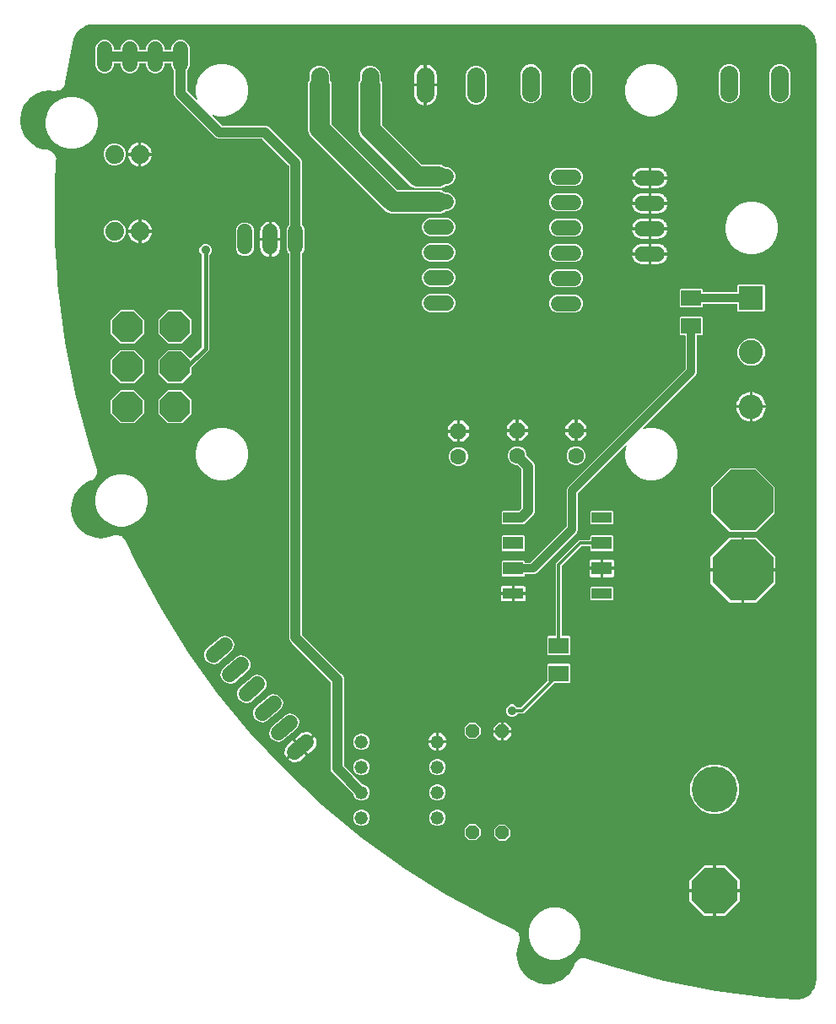
<source format=gbr>
G04 EAGLE Gerber RS-274X export*
G75*
%MOMM*%
%FSLAX34Y34*%
%LPD*%
%INBottom Copper*%
%IPPOS*%
%AMOC8*
5,1,8,0,0,1.08239X$1,22.5*%
G01*
%ADD10P,1.732040X8X112.500000*%
%ADD11C,1.600200*%
%ADD12C,4.597400*%
%ADD13P,4.976180X8X292.500000*%
%ADD14C,1.879600*%
%ADD15C,1.320800*%
%ADD16R,2.000000X1.016000*%
%ADD17R,2.000000X1.270000*%
%ADD18R,2.430000X2.430000*%
%ADD19C,2.430000*%
%ADD20R,2.000000X1.600000*%
%ADD21P,1.429621X8X112.500000*%
%ADD22P,1.429621X8X292.500000*%
%ADD23P,3.257886X8X22.500000*%
%ADD24C,1.790700*%
%ADD25C,1.524000*%
%ADD26P,6.511658X8X292.500000*%
%ADD27C,1.016000*%
%ADD28C,0.906400*%
%ADD29C,0.508000*%
%ADD30C,0.406400*%
%ADD31C,0.812800*%
%ADD32C,0.304800*%
%ADD33C,2.000000*%

G36*
X756581Y10016D02*
X756581Y10016D01*
X756583Y10016D01*
X756585Y10016D01*
X756732Y10033D01*
X761783Y11125D01*
X761809Y11136D01*
X761837Y11139D01*
X761974Y11195D01*
X766547Y13602D01*
X766569Y13619D01*
X766595Y13630D01*
X766712Y13720D01*
X770471Y17266D01*
X770488Y17288D01*
X770510Y17306D01*
X770599Y17424D01*
X773269Y21848D01*
X773280Y21874D01*
X773296Y21897D01*
X773350Y22035D01*
X774736Y27013D01*
X774736Y27015D01*
X774737Y27018D01*
X774761Y27163D01*
X774937Y29746D01*
X774935Y29763D01*
X774939Y29797D01*
X774939Y968482D01*
X774936Y968498D01*
X774937Y968531D01*
X774774Y971023D01*
X774774Y971024D01*
X774750Y971168D01*
X773460Y975981D01*
X773450Y976004D01*
X773446Y976027D01*
X773433Y976055D01*
X773432Y976061D01*
X773428Y976068D01*
X773385Y976162D01*
X770893Y980478D01*
X770878Y980497D01*
X770868Y980519D01*
X770774Y980633D01*
X767251Y984157D01*
X767231Y984171D01*
X767215Y984190D01*
X767095Y984276D01*
X762780Y986768D01*
X762757Y986776D01*
X762737Y986790D01*
X762599Y986843D01*
X757785Y988132D01*
X757784Y988133D01*
X757640Y988156D01*
X755149Y988320D01*
X755132Y988318D01*
X755100Y988321D01*
X51268Y988321D01*
X51263Y988320D01*
X49121Y988321D01*
X49096Y988321D01*
X49079Y988319D01*
X49046Y988320D01*
X46481Y988148D01*
X46479Y988147D01*
X46478Y988147D01*
X46332Y988122D01*
X41388Y986758D01*
X41363Y986747D01*
X41336Y986742D01*
X41202Y986679D01*
X36800Y984047D01*
X36779Y984029D01*
X36755Y984017D01*
X36643Y983921D01*
X33101Y980212D01*
X33085Y980189D01*
X33065Y980171D01*
X32982Y980048D01*
X30556Y975529D01*
X30556Y975528D01*
X30555Y975526D01*
X30499Y975390D01*
X29763Y972927D01*
X29760Y972910D01*
X29750Y972878D01*
X29716Y972730D01*
X29716Y972726D01*
X29714Y972720D01*
X25212Y951453D01*
X25212Y951446D01*
X25208Y951433D01*
X21283Y929969D01*
X21283Y929959D01*
X21278Y929941D01*
X21018Y928118D01*
X20999Y928072D01*
X20967Y928017D01*
X20942Y927925D01*
X20934Y927904D01*
X20934Y927893D01*
X20931Y927885D01*
X19928Y926283D01*
X19925Y926277D01*
X19918Y926267D01*
X18955Y924641D01*
X18921Y924605D01*
X18870Y924566D01*
X18812Y924492D01*
X18796Y924475D01*
X18791Y924465D01*
X18786Y924458D01*
X17248Y923364D01*
X17243Y923359D01*
X17233Y923353D01*
X15719Y922218D01*
X15673Y922198D01*
X15611Y922182D01*
X15529Y922135D01*
X15509Y922126D01*
X15500Y922118D01*
X15493Y922114D01*
X13656Y921692D01*
X13649Y921690D01*
X13637Y921688D01*
X11802Y921218D01*
X11752Y921217D01*
X11689Y921226D01*
X11595Y921214D01*
X11572Y921213D01*
X11562Y921209D01*
X11553Y921208D01*
X9790Y921506D01*
X9769Y921506D01*
X9722Y921514D01*
X5903Y921803D01*
X5902Y921803D01*
X5754Y921800D01*
X-1901Y920847D01*
X-1926Y920840D01*
X-1952Y920839D01*
X-2093Y920796D01*
X-9229Y917865D01*
X-9251Y917851D01*
X-9276Y917844D01*
X-9401Y917766D01*
X-10165Y917178D01*
X-15515Y913062D01*
X-15533Y913043D01*
X-15555Y913029D01*
X-15655Y912921D01*
X-20318Y906775D01*
X-20330Y906752D01*
X-20347Y906733D01*
X-20416Y906603D01*
X-23299Y899447D01*
X-23305Y899422D01*
X-23317Y899399D01*
X-23349Y899255D01*
X-24250Y891594D01*
X-24249Y891568D01*
X-24254Y891543D01*
X-24247Y891395D01*
X-23103Y883766D01*
X-23095Y883742D01*
X-23094Y883716D01*
X-23048Y883575D01*
X-19939Y876515D01*
X-19925Y876494D01*
X-19916Y876469D01*
X-19835Y876346D01*
X-14980Y870351D01*
X-14961Y870334D01*
X-14946Y870312D01*
X-14836Y870215D01*
X-8575Y865707D01*
X-8552Y865695D01*
X-8533Y865678D01*
X-8400Y865613D01*
X-1175Y862910D01*
X-1175Y862909D01*
X-1174Y862909D01*
X-1031Y862872D01*
X2747Y862267D01*
X2769Y862267D01*
X2816Y862259D01*
X4601Y862140D01*
X4653Y862124D01*
X4710Y862096D01*
X4803Y862078D01*
X4825Y862072D01*
X4836Y862072D01*
X4846Y862070D01*
X6511Y861193D01*
X6517Y861191D01*
X6527Y861184D01*
X8224Y860345D01*
X8265Y860311D01*
X8307Y860263D01*
X8386Y860211D01*
X8404Y860196D01*
X8414Y860193D01*
X8423Y860187D01*
X9626Y858738D01*
X9632Y858734D01*
X9639Y858724D01*
X10883Y857300D01*
X10908Y857253D01*
X10929Y857193D01*
X10982Y857114D01*
X10993Y857094D01*
X11001Y857087D01*
X11007Y857078D01*
X11565Y855278D01*
X11568Y855272D01*
X11571Y855260D01*
X12175Y853470D01*
X12181Y853417D01*
X12177Y853353D01*
X12196Y853260D01*
X12198Y853238D01*
X12202Y853228D01*
X12205Y853217D01*
X12036Y851393D01*
X12037Y851382D01*
X12034Y851362D01*
X10725Y825430D01*
X10726Y825417D01*
X10724Y825393D01*
X10676Y773302D01*
X10678Y773286D01*
X10677Y773253D01*
X10812Y771181D01*
X11154Y765936D01*
X11496Y760691D01*
X11838Y755447D01*
X11838Y755446D01*
X12180Y750202D01*
X13303Y732969D01*
X13645Y727724D01*
X13986Y722480D01*
X13986Y722479D01*
X14065Y721273D01*
X14069Y721257D01*
X14070Y721224D01*
X20879Y669580D01*
X20883Y669564D01*
X20887Y669531D01*
X31087Y618450D01*
X31093Y618434D01*
X31098Y618401D01*
X44646Y568104D01*
X44651Y568092D01*
X44656Y568068D01*
X52643Y543357D01*
X52648Y543347D01*
X52653Y543328D01*
X53291Y541600D01*
X53296Y541555D01*
X53294Y541491D01*
X53316Y541399D01*
X53318Y541376D01*
X53323Y541366D01*
X53324Y541361D01*
X53204Y539474D01*
X53205Y539467D01*
X53203Y539456D01*
X53129Y537560D01*
X53117Y537516D01*
X53090Y537458D01*
X53075Y537365D01*
X53069Y537343D01*
X53070Y537332D01*
X53069Y537327D01*
X52237Y535631D01*
X52235Y535625D01*
X52229Y535615D01*
X51434Y533890D01*
X51406Y533854D01*
X51359Y533810D01*
X51309Y533730D01*
X51295Y533712D01*
X51292Y533702D01*
X51289Y533697D01*
X49873Y532451D01*
X49869Y532446D01*
X49859Y532439D01*
X48463Y531148D01*
X48423Y531125D01*
X48363Y531102D01*
X48287Y531047D01*
X48267Y531036D01*
X48260Y531028D01*
X48256Y531025D01*
X47246Y530680D01*
X46559Y530446D01*
X46540Y530436D01*
X46496Y530421D01*
X43003Y528861D01*
X43002Y528861D01*
X42874Y528787D01*
X36604Y524316D01*
X36585Y524298D01*
X36563Y524285D01*
X36458Y524180D01*
X31584Y518219D01*
X31571Y518196D01*
X31553Y518178D01*
X31480Y518049D01*
X28344Y511016D01*
X28337Y510991D01*
X28324Y510968D01*
X28288Y510825D01*
X27110Y503215D01*
X27111Y503189D01*
X27104Y503164D01*
X27106Y503016D01*
X27971Y495364D01*
X27978Y495339D01*
X27979Y495313D01*
X28019Y495171D01*
X30865Y488015D01*
X30878Y487993D01*
X30886Y487968D01*
X30962Y487842D01*
X35589Y481686D01*
X35607Y481668D01*
X35621Y481646D01*
X35728Y481544D01*
X41810Y476820D01*
X41832Y476808D01*
X41851Y476790D01*
X41981Y476720D01*
X49091Y473761D01*
X49116Y473755D01*
X49139Y473743D01*
X49283Y473710D01*
X56920Y472723D01*
X56946Y472724D01*
X56972Y472719D01*
X57119Y472724D01*
X64747Y473780D01*
X64748Y473780D01*
X64749Y473780D01*
X64892Y473815D01*
X68496Y475078D01*
X68515Y475088D01*
X68560Y475103D01*
X70185Y475847D01*
X70240Y475858D01*
X70304Y475860D01*
X70395Y475889D01*
X70417Y475893D01*
X70426Y475899D01*
X70438Y475903D01*
X72314Y475923D01*
X72321Y475924D01*
X72333Y475923D01*
X74225Y475992D01*
X74280Y475981D01*
X74340Y475959D01*
X74435Y475951D01*
X74457Y475946D01*
X74468Y475948D01*
X74480Y475947D01*
X76219Y475248D01*
X76226Y475247D01*
X76237Y475241D01*
X78013Y474580D01*
X78060Y474549D01*
X78107Y474506D01*
X78191Y474462D01*
X78210Y474449D01*
X78221Y474446D01*
X78231Y474441D01*
X79571Y473129D01*
X79577Y473125D01*
X79585Y473116D01*
X80972Y471826D01*
X81004Y471779D01*
X81031Y471722D01*
X81092Y471649D01*
X81104Y471630D01*
X81113Y471623D01*
X81121Y471614D01*
X81838Y469935D01*
X81843Y469926D01*
X81850Y469906D01*
X92826Y446901D01*
X92833Y446890D01*
X92842Y446868D01*
X117076Y401841D01*
X117086Y401828D01*
X117100Y401799D01*
X144199Y358437D01*
X144210Y358424D01*
X144226Y358396D01*
X174077Y316880D01*
X174088Y316868D01*
X174106Y316841D01*
X206583Y277345D01*
X206596Y277334D01*
X206615Y277309D01*
X241582Y239999D01*
X241595Y239989D01*
X241616Y239964D01*
X278926Y204998D01*
X278940Y204989D01*
X278962Y204966D01*
X318459Y172489D01*
X318473Y172481D01*
X318497Y172459D01*
X360014Y142609D01*
X360028Y142601D01*
X360054Y142582D01*
X403417Y115483D01*
X403432Y115476D01*
X403459Y115458D01*
X448486Y91225D01*
X448498Y91221D01*
X448518Y91208D01*
X471527Y80232D01*
X471537Y80228D01*
X471555Y80219D01*
X473239Y79499D01*
X473279Y79469D01*
X473324Y79424D01*
X473406Y79376D01*
X473424Y79363D01*
X473435Y79360D01*
X473444Y79354D01*
X474736Y77965D01*
X474742Y77960D01*
X474749Y77951D01*
X476064Y76607D01*
X476090Y76564D01*
X476114Y76505D01*
X476171Y76430D01*
X476183Y76410D01*
X476191Y76403D01*
X476198Y76395D01*
X476860Y74616D01*
X476863Y74610D01*
X476867Y74599D01*
X477567Y72854D01*
X477574Y72805D01*
X477574Y72741D01*
X477598Y72649D01*
X477601Y72627D01*
X477606Y72617D01*
X477609Y72607D01*
X477540Y70712D01*
X477541Y70705D01*
X477540Y70693D01*
X477519Y68812D01*
X477507Y68763D01*
X477482Y68704D01*
X477470Y68610D01*
X477464Y68588D01*
X477465Y68577D01*
X477464Y68567D01*
X476719Y66939D01*
X476714Y66919D01*
X476694Y66876D01*
X475427Y63265D01*
X475427Y63264D01*
X475426Y63264D01*
X475392Y63120D01*
X474331Y55479D01*
X474331Y55453D01*
X474325Y55428D01*
X474330Y55280D01*
X475315Y47629D01*
X475322Y47605D01*
X475323Y47579D01*
X475366Y47437D01*
X475478Y47168D01*
X475478Y47167D01*
X475789Y46418D01*
X475790Y46418D01*
X478327Y40314D01*
X478341Y40292D01*
X478348Y40267D01*
X478427Y40142D01*
X483156Y34048D01*
X483175Y34030D01*
X483189Y34009D01*
X483298Y33909D01*
X489463Y29271D01*
X489486Y29259D01*
X489505Y29242D01*
X489636Y29174D01*
X496803Y26320D01*
X496828Y26315D01*
X496851Y26303D01*
X496874Y26298D01*
X496886Y26293D01*
X496910Y26291D01*
X496996Y26272D01*
X504661Y25403D01*
X504687Y25404D01*
X504712Y25399D01*
X504859Y25407D01*
X512483Y26582D01*
X512508Y26590D01*
X512534Y26592D01*
X512674Y26638D01*
X519721Y29777D01*
X519743Y29791D01*
X519767Y29799D01*
X519890Y29881D01*
X525864Y34761D01*
X525882Y34781D01*
X525903Y34795D01*
X526000Y34906D01*
X530482Y41185D01*
X530482Y41186D01*
X530483Y41186D01*
X530556Y41314D01*
X532119Y44810D01*
X532124Y44831D01*
X532144Y44874D01*
X532722Y46568D01*
X532749Y46612D01*
X532791Y46660D01*
X532832Y46745D01*
X532844Y46764D01*
X532847Y46775D01*
X532851Y46784D01*
X534133Y48169D01*
X534137Y48175D01*
X534146Y48183D01*
X535394Y49602D01*
X535436Y49632D01*
X535493Y49660D01*
X535564Y49723D01*
X535582Y49736D01*
X535589Y49745D01*
X535596Y49751D01*
X537308Y50540D01*
X537314Y50543D01*
X537325Y50548D01*
X539024Y51382D01*
X539074Y51393D01*
X539138Y51398D01*
X539227Y51429D01*
X539249Y51434D01*
X539258Y51440D01*
X539267Y51443D01*
X541149Y51516D01*
X541155Y51517D01*
X541167Y51517D01*
X543058Y51638D01*
X543109Y51629D01*
X543170Y51609D01*
X543264Y51603D01*
X543287Y51599D01*
X543297Y51601D01*
X543307Y51601D01*
X545022Y50967D01*
X545033Y50965D01*
X545052Y50956D01*
X570364Y42792D01*
X570377Y42790D01*
X570401Y42781D01*
X621931Y29001D01*
X621948Y28999D01*
X621980Y28989D01*
X674324Y18722D01*
X674341Y18721D01*
X674374Y18714D01*
X727291Y12006D01*
X727304Y12007D01*
X727329Y12002D01*
X753927Y9994D01*
X753930Y9994D01*
X753933Y9993D01*
X753936Y9993D01*
X753955Y9995D01*
X753994Y9991D01*
X756581Y10016D01*
G37*
%LPC*%
G36*
X316883Y209671D02*
X316883Y209671D01*
X313895Y210909D01*
X311609Y213195D01*
X310371Y216183D01*
X310371Y216278D01*
X310355Y216374D01*
X310346Y216471D01*
X310336Y216494D01*
X310332Y216519D01*
X310286Y216605D01*
X310245Y216693D01*
X310224Y216719D01*
X310217Y216734D01*
X310198Y216751D01*
X310152Y216808D01*
X290764Y236195D01*
X288801Y238159D01*
X287795Y240586D01*
X287795Y328254D01*
X287779Y328350D01*
X287770Y328447D01*
X287760Y328470D01*
X287756Y328495D01*
X287710Y328581D01*
X287669Y328669D01*
X287648Y328695D01*
X287641Y328710D01*
X287622Y328727D01*
X287576Y328784D01*
X248734Y367625D01*
X246771Y369589D01*
X245765Y372016D01*
X245765Y493487D01*
X245781Y493528D01*
X245788Y493602D01*
X245794Y493626D01*
X245792Y493642D01*
X245795Y493675D01*
X245795Y758342D01*
X245779Y758438D01*
X245770Y758535D01*
X245760Y758558D01*
X245756Y758583D01*
X245710Y758669D01*
X245669Y758757D01*
X245648Y758783D01*
X245641Y758798D01*
X245622Y758815D01*
X245576Y758872D01*
X244647Y759800D01*
X243255Y763161D01*
X243255Y782039D01*
X244647Y785400D01*
X245576Y786328D01*
X245633Y786408D01*
X245695Y786483D01*
X245703Y786506D01*
X245718Y786527D01*
X245746Y786620D01*
X245781Y786711D01*
X245784Y786744D01*
X245789Y786760D01*
X245788Y786785D01*
X245795Y786858D01*
X245795Y846454D01*
X245779Y846550D01*
X245770Y846647D01*
X245760Y846670D01*
X245756Y846695D01*
X245710Y846781D01*
X245669Y846869D01*
X245648Y846895D01*
X245641Y846910D01*
X245622Y846927D01*
X245576Y846984D01*
X219384Y873176D01*
X219304Y873233D01*
X219229Y873295D01*
X219206Y873303D01*
X219185Y873318D01*
X219092Y873346D01*
X219001Y873381D01*
X218968Y873384D01*
X218952Y873389D01*
X218927Y873388D01*
X218854Y873395D01*
X174686Y873395D01*
X172259Y874401D01*
X131501Y915159D01*
X130495Y917586D01*
X130495Y941742D01*
X130479Y941838D01*
X130470Y941935D01*
X130460Y941958D01*
X130456Y941983D01*
X130410Y942069D01*
X130369Y942157D01*
X130348Y942183D01*
X130341Y942198D01*
X130322Y942215D01*
X130276Y942272D01*
X129347Y943200D01*
X127955Y946561D01*
X127955Y948646D01*
X127951Y948670D01*
X127954Y948695D01*
X127932Y948790D01*
X127916Y948887D01*
X127904Y948908D01*
X127898Y948932D01*
X127847Y949016D01*
X127801Y949102D01*
X127783Y949119D01*
X127770Y949140D01*
X127694Y949202D01*
X127623Y949269D01*
X127600Y949279D01*
X127581Y949295D01*
X127490Y949329D01*
X127400Y949370D01*
X127376Y949372D01*
X127353Y949381D01*
X127206Y949395D01*
X121594Y949395D01*
X121570Y949391D01*
X121545Y949394D01*
X121450Y949372D01*
X121353Y949356D01*
X121332Y949344D01*
X121308Y949338D01*
X121224Y949287D01*
X121138Y949241D01*
X121121Y949223D01*
X121100Y949210D01*
X121038Y949134D01*
X120971Y949063D01*
X120961Y949040D01*
X120945Y949021D01*
X120911Y948930D01*
X120870Y948840D01*
X120868Y948816D01*
X120859Y948793D01*
X120845Y948646D01*
X120845Y946561D01*
X119453Y943200D01*
X116880Y940627D01*
X113519Y939235D01*
X109881Y939235D01*
X106520Y940627D01*
X103947Y943200D01*
X102555Y946561D01*
X102555Y948646D01*
X102551Y948670D01*
X102554Y948695D01*
X102532Y948790D01*
X102516Y948887D01*
X102504Y948908D01*
X102498Y948932D01*
X102447Y949016D01*
X102401Y949102D01*
X102383Y949119D01*
X102370Y949140D01*
X102294Y949202D01*
X102223Y949269D01*
X102200Y949279D01*
X102181Y949295D01*
X102090Y949329D01*
X102000Y949370D01*
X101976Y949372D01*
X101953Y949381D01*
X101806Y949395D01*
X96194Y949395D01*
X96170Y949391D01*
X96145Y949394D01*
X96050Y949372D01*
X95953Y949356D01*
X95932Y949344D01*
X95908Y949338D01*
X95824Y949287D01*
X95738Y949241D01*
X95721Y949223D01*
X95700Y949210D01*
X95638Y949134D01*
X95571Y949063D01*
X95561Y949040D01*
X95545Y949021D01*
X95511Y948930D01*
X95470Y948840D01*
X95468Y948816D01*
X95459Y948793D01*
X95445Y948646D01*
X95445Y946561D01*
X94053Y943200D01*
X91480Y940627D01*
X88119Y939235D01*
X84481Y939235D01*
X81120Y940627D01*
X78547Y943200D01*
X77155Y946561D01*
X77155Y948646D01*
X77151Y948670D01*
X77154Y948695D01*
X77132Y948790D01*
X77116Y948887D01*
X77104Y948908D01*
X77098Y948932D01*
X77047Y949016D01*
X77001Y949102D01*
X76983Y949119D01*
X76970Y949140D01*
X76894Y949202D01*
X76823Y949269D01*
X76800Y949279D01*
X76781Y949295D01*
X76690Y949329D01*
X76600Y949370D01*
X76576Y949372D01*
X76553Y949381D01*
X76406Y949395D01*
X70794Y949395D01*
X70770Y949391D01*
X70745Y949394D01*
X70650Y949372D01*
X70553Y949356D01*
X70532Y949344D01*
X70508Y949338D01*
X70424Y949287D01*
X70338Y949241D01*
X70321Y949223D01*
X70300Y949210D01*
X70238Y949134D01*
X70171Y949063D01*
X70161Y949040D01*
X70145Y949021D01*
X70111Y948930D01*
X70070Y948840D01*
X70068Y948816D01*
X70059Y948793D01*
X70045Y948646D01*
X70045Y946561D01*
X68653Y943200D01*
X66080Y940627D01*
X62719Y939235D01*
X59081Y939235D01*
X55720Y940627D01*
X53147Y943200D01*
X51755Y946561D01*
X51755Y965439D01*
X53147Y968800D01*
X55720Y971373D01*
X59081Y972765D01*
X62719Y972765D01*
X66080Y971373D01*
X68653Y968800D01*
X70045Y965439D01*
X70045Y963354D01*
X70049Y963330D01*
X70046Y963305D01*
X70068Y963210D01*
X70084Y963113D01*
X70096Y963092D01*
X70102Y963068D01*
X70153Y962984D01*
X70199Y962898D01*
X70217Y962881D01*
X70230Y962860D01*
X70306Y962798D01*
X70377Y962731D01*
X70400Y962721D01*
X70419Y962705D01*
X70510Y962671D01*
X70600Y962630D01*
X70624Y962628D01*
X70647Y962619D01*
X70794Y962605D01*
X76406Y962605D01*
X76430Y962609D01*
X76455Y962606D01*
X76550Y962628D01*
X76647Y962644D01*
X76668Y962656D01*
X76692Y962662D01*
X76776Y962713D01*
X76862Y962759D01*
X76879Y962777D01*
X76900Y962790D01*
X76962Y962866D01*
X77029Y962937D01*
X77039Y962960D01*
X77055Y962979D01*
X77089Y963070D01*
X77130Y963160D01*
X77132Y963184D01*
X77141Y963207D01*
X77155Y963354D01*
X77155Y965439D01*
X78547Y968800D01*
X81120Y971373D01*
X84481Y972765D01*
X88119Y972765D01*
X91480Y971373D01*
X94053Y968800D01*
X95445Y965439D01*
X95445Y963354D01*
X95449Y963330D01*
X95446Y963305D01*
X95468Y963210D01*
X95484Y963113D01*
X95496Y963092D01*
X95502Y963068D01*
X95553Y962984D01*
X95599Y962898D01*
X95617Y962881D01*
X95630Y962860D01*
X95706Y962798D01*
X95777Y962731D01*
X95800Y962721D01*
X95819Y962705D01*
X95910Y962671D01*
X96000Y962630D01*
X96024Y962628D01*
X96047Y962619D01*
X96194Y962605D01*
X101806Y962605D01*
X101830Y962609D01*
X101855Y962606D01*
X101950Y962628D01*
X102047Y962644D01*
X102068Y962656D01*
X102092Y962662D01*
X102176Y962713D01*
X102262Y962759D01*
X102279Y962777D01*
X102300Y962790D01*
X102362Y962866D01*
X102429Y962937D01*
X102439Y962960D01*
X102455Y962979D01*
X102489Y963070D01*
X102530Y963160D01*
X102532Y963184D01*
X102541Y963207D01*
X102555Y963354D01*
X102555Y965439D01*
X103947Y968800D01*
X106520Y971373D01*
X109881Y972765D01*
X113519Y972765D01*
X116880Y971373D01*
X119453Y968800D01*
X120845Y965439D01*
X120845Y963354D01*
X120849Y963330D01*
X120846Y963305D01*
X120868Y963210D01*
X120884Y963113D01*
X120896Y963092D01*
X120902Y963068D01*
X120953Y962984D01*
X120999Y962898D01*
X121017Y962881D01*
X121030Y962860D01*
X121106Y962798D01*
X121177Y962731D01*
X121200Y962721D01*
X121219Y962705D01*
X121310Y962671D01*
X121400Y962630D01*
X121424Y962628D01*
X121447Y962619D01*
X121594Y962605D01*
X127206Y962605D01*
X127230Y962609D01*
X127255Y962606D01*
X127350Y962628D01*
X127447Y962644D01*
X127468Y962656D01*
X127492Y962662D01*
X127576Y962713D01*
X127662Y962759D01*
X127679Y962777D01*
X127700Y962790D01*
X127762Y962866D01*
X127829Y962937D01*
X127839Y962960D01*
X127855Y962979D01*
X127889Y963070D01*
X127930Y963160D01*
X127932Y963184D01*
X127941Y963207D01*
X127955Y963354D01*
X127955Y965439D01*
X129347Y968800D01*
X131920Y971373D01*
X135281Y972765D01*
X138919Y972765D01*
X142280Y971373D01*
X144853Y968800D01*
X146245Y965439D01*
X146245Y946561D01*
X144853Y943200D01*
X143924Y942272D01*
X143867Y942192D01*
X143805Y942117D01*
X143797Y942094D01*
X143782Y942073D01*
X143754Y941980D01*
X143719Y941889D01*
X143716Y941856D01*
X143711Y941840D01*
X143712Y941815D01*
X143705Y941742D01*
X143705Y921946D01*
X143721Y921850D01*
X143730Y921753D01*
X143740Y921730D01*
X143744Y921705D01*
X143790Y921619D01*
X143831Y921531D01*
X143852Y921505D01*
X143859Y921490D01*
X143878Y921473D01*
X143924Y921416D01*
X152615Y912725D01*
X152655Y912696D01*
X152689Y912661D01*
X152754Y912626D01*
X152814Y912583D01*
X152861Y912569D01*
X152904Y912546D01*
X152977Y912534D01*
X153047Y912512D01*
X153096Y912514D01*
X153145Y912506D01*
X153217Y912518D01*
X153291Y912520D01*
X153337Y912537D01*
X153386Y912545D01*
X153450Y912580D01*
X153519Y912606D01*
X153558Y912637D01*
X153601Y912660D01*
X153651Y912714D01*
X153708Y912761D01*
X153734Y912802D01*
X153768Y912838D01*
X153798Y912905D01*
X153837Y912968D01*
X153848Y913016D01*
X153869Y913060D01*
X153876Y913134D01*
X153893Y913205D01*
X153888Y913254D01*
X153893Y913303D01*
X153869Y913447D01*
X153869Y913448D01*
X153869Y913449D01*
X152438Y918788D01*
X152438Y925676D01*
X152560Y926130D01*
X152961Y927628D01*
X153162Y928377D01*
X153162Y928378D01*
X153564Y929876D01*
X153764Y930625D01*
X154166Y932124D01*
X154221Y932330D01*
X157665Y938295D01*
X162536Y943166D01*
X168501Y946610D01*
X175155Y948393D01*
X182043Y948393D01*
X188697Y946610D01*
X194662Y943166D01*
X199533Y938295D01*
X202977Y932330D01*
X204760Y925676D01*
X204760Y918788D01*
X204623Y918277D01*
X204623Y918276D01*
X204422Y917527D01*
X204221Y916778D01*
X204020Y916029D01*
X203619Y914530D01*
X203418Y913781D01*
X203017Y912283D01*
X203017Y912282D01*
X202977Y912134D01*
X199533Y906169D01*
X194662Y901298D01*
X188697Y897854D01*
X182043Y896071D01*
X175155Y896071D01*
X169816Y897502D01*
X169767Y897507D01*
X169720Y897521D01*
X169646Y897519D01*
X169573Y897526D01*
X169525Y897515D01*
X169476Y897513D01*
X169407Y897487D01*
X169335Y897470D01*
X169294Y897445D01*
X169248Y897427D01*
X169191Y897380D01*
X169128Y897342D01*
X169097Y897304D01*
X169059Y897273D01*
X169020Y897210D01*
X168973Y897153D01*
X168956Y897107D01*
X168930Y897065D01*
X168913Y896994D01*
X168887Y896925D01*
X168886Y896876D01*
X168874Y896828D01*
X168882Y896754D01*
X168879Y896681D01*
X168893Y896634D01*
X168898Y896585D01*
X168928Y896518D01*
X168950Y896447D01*
X168978Y896407D01*
X168999Y896363D01*
X169091Y896249D01*
X169092Y896249D01*
X169092Y896248D01*
X178516Y886824D01*
X178596Y886767D01*
X178671Y886705D01*
X178694Y886697D01*
X178715Y886682D01*
X178808Y886654D01*
X178899Y886619D01*
X178932Y886616D01*
X178948Y886611D01*
X178973Y886612D01*
X179046Y886605D01*
X223214Y886605D01*
X225641Y885599D01*
X257999Y853241D01*
X259005Y850814D01*
X259005Y786858D01*
X259021Y786762D01*
X259030Y786665D01*
X259040Y786642D01*
X259044Y786617D01*
X259090Y786531D01*
X259131Y786443D01*
X259152Y786417D01*
X259159Y786402D01*
X259178Y786385D01*
X259224Y786328D01*
X260153Y785400D01*
X261545Y782039D01*
X261545Y763161D01*
X260153Y759800D01*
X259224Y758872D01*
X259167Y758792D01*
X259105Y758717D01*
X259097Y758694D01*
X259082Y758673D01*
X259054Y758580D01*
X259019Y758489D01*
X259016Y758456D01*
X259011Y758440D01*
X259012Y758415D01*
X259005Y758342D01*
X259005Y490823D01*
X258989Y490782D01*
X258982Y490708D01*
X258976Y490684D01*
X258978Y490668D01*
X258975Y490635D01*
X258975Y376376D01*
X258980Y376345D01*
X258978Y376326D01*
X258992Y376265D01*
X259000Y376183D01*
X259010Y376160D01*
X259014Y376135D01*
X259028Y376110D01*
X259033Y376088D01*
X259069Y376031D01*
X259101Y375961D01*
X259122Y375935D01*
X259129Y375920D01*
X259148Y375903D01*
X259150Y375901D01*
X259162Y375881D01*
X259174Y375871D01*
X259194Y375846D01*
X298036Y337005D01*
X299999Y335041D01*
X301005Y332614D01*
X301005Y244946D01*
X301021Y244850D01*
X301030Y244753D01*
X301040Y244730D01*
X301044Y244705D01*
X301090Y244619D01*
X301131Y244531D01*
X301152Y244505D01*
X301159Y244490D01*
X301178Y244473D01*
X301224Y244416D01*
X319492Y226148D01*
X319572Y226091D01*
X319647Y226029D01*
X319670Y226021D01*
X319691Y226006D01*
X319784Y225978D01*
X319875Y225943D01*
X319908Y225940D01*
X319924Y225935D01*
X319949Y225936D01*
X320022Y225929D01*
X320117Y225929D01*
X323105Y224691D01*
X325391Y222405D01*
X326629Y219417D01*
X326629Y216183D01*
X325391Y213195D01*
X323105Y210909D01*
X320117Y209671D01*
X316883Y209671D01*
G37*
%LPD*%
%LPC*%
G36*
X460168Y434625D02*
X460168Y434625D01*
X459275Y435518D01*
X459275Y449482D01*
X460168Y450375D01*
X481432Y450375D01*
X482325Y449482D01*
X482325Y448838D01*
X482329Y448814D01*
X482326Y448789D01*
X482348Y448694D01*
X482364Y448597D01*
X482376Y448576D01*
X482382Y448552D01*
X482433Y448468D01*
X482479Y448382D01*
X482497Y448365D01*
X482510Y448344D01*
X482586Y448282D01*
X482657Y448215D01*
X482680Y448205D01*
X482699Y448189D01*
X482790Y448155D01*
X482880Y448114D01*
X482904Y448112D01*
X482927Y448103D01*
X483074Y448089D01*
X488175Y448089D01*
X488271Y448105D01*
X488368Y448114D01*
X488391Y448124D01*
X488415Y448128D01*
X488502Y448174D01*
X488590Y448215D01*
X488616Y448236D01*
X488631Y448243D01*
X488648Y448262D01*
X488705Y448308D01*
X524192Y483795D01*
X524249Y483875D01*
X524311Y483950D01*
X524319Y483973D01*
X524334Y483994D01*
X524362Y484087D01*
X524397Y484178D01*
X524400Y484211D01*
X524405Y484227D01*
X524404Y484252D01*
X524411Y484325D01*
X524411Y521488D01*
X525262Y523542D01*
X643592Y641872D01*
X643649Y641951D01*
X643711Y642026D01*
X643719Y642050D01*
X643734Y642070D01*
X643762Y642163D01*
X643797Y642255D01*
X643800Y642288D01*
X643805Y642304D01*
X643804Y642328D01*
X643811Y642402D01*
X643811Y675426D01*
X643807Y675450D01*
X643810Y675475D01*
X643788Y675570D01*
X643772Y675667D01*
X643760Y675688D01*
X643754Y675712D01*
X643703Y675796D01*
X643657Y675882D01*
X643639Y675899D01*
X643626Y675920D01*
X643550Y675982D01*
X643479Y676049D01*
X643456Y676059D01*
X643437Y676075D01*
X643346Y676109D01*
X643256Y676150D01*
X643232Y676152D01*
X643209Y676161D01*
X643062Y676175D01*
X638768Y676175D01*
X637875Y677068D01*
X637875Y694332D01*
X638768Y695225D01*
X660032Y695225D01*
X660925Y694332D01*
X660925Y677068D01*
X660032Y676175D01*
X655738Y676175D01*
X655714Y676171D01*
X655689Y676174D01*
X655594Y676152D01*
X655497Y676136D01*
X655476Y676124D01*
X655452Y676118D01*
X655368Y676067D01*
X655282Y676021D01*
X655265Y676003D01*
X655244Y675990D01*
X655182Y675914D01*
X655115Y675843D01*
X655105Y675820D01*
X655089Y675801D01*
X655055Y675710D01*
X655014Y675620D01*
X655012Y675596D01*
X655003Y675573D01*
X654989Y675426D01*
X654989Y638665D01*
X654138Y636611D01*
X600981Y583454D01*
X600953Y583414D01*
X600917Y583380D01*
X600882Y583315D01*
X600839Y583256D01*
X600825Y583209D01*
X600802Y583165D01*
X600790Y583092D01*
X600768Y583022D01*
X600770Y582973D01*
X600762Y582924D01*
X600774Y582852D01*
X600776Y582778D01*
X600793Y582732D01*
X600801Y582684D01*
X600836Y582619D01*
X600862Y582550D01*
X600893Y582512D01*
X600916Y582468D01*
X600970Y582418D01*
X601017Y582361D01*
X601058Y582335D01*
X601094Y582301D01*
X601161Y582271D01*
X601224Y582232D01*
X601272Y582221D01*
X601316Y582201D01*
X601390Y582193D01*
X601461Y582177D01*
X601510Y582181D01*
X601559Y582176D01*
X601703Y582200D01*
X601704Y582200D01*
X601705Y582200D01*
X606155Y583393D01*
X613043Y583393D01*
X619697Y581610D01*
X625662Y578166D01*
X630533Y573295D01*
X633977Y567330D01*
X635760Y560676D01*
X635760Y553788D01*
X635654Y553392D01*
X635453Y552643D01*
X635453Y552642D01*
X635051Y551144D01*
X634851Y550395D01*
X634449Y548896D01*
X634248Y548147D01*
X633977Y547134D01*
X630533Y541169D01*
X625662Y536298D01*
X619697Y532854D01*
X613043Y531071D01*
X606155Y531071D01*
X599501Y532854D01*
X593536Y536298D01*
X588665Y541169D01*
X585221Y547134D01*
X583438Y553788D01*
X583438Y560676D01*
X583591Y561245D01*
X583791Y561994D01*
X583792Y561994D01*
X583992Y562743D01*
X583992Y562744D01*
X584394Y564242D01*
X584594Y564991D01*
X584595Y564991D01*
X584631Y565126D01*
X584635Y565175D01*
X584650Y565222D01*
X584647Y565296D01*
X584655Y565369D01*
X584643Y565417D01*
X584642Y565466D01*
X584616Y565535D01*
X584599Y565606D01*
X584573Y565648D01*
X584556Y565694D01*
X584509Y565751D01*
X584470Y565814D01*
X584432Y565845D01*
X584401Y565883D01*
X584339Y565922D01*
X584282Y565969D01*
X584236Y565986D01*
X584194Y566012D01*
X584122Y566029D01*
X584054Y566055D01*
X584004Y566056D01*
X583957Y566068D01*
X583883Y566060D01*
X583810Y566063D01*
X583763Y566049D01*
X583714Y566044D01*
X583647Y566014D01*
X583576Y565992D01*
X583536Y565964D01*
X583491Y565943D01*
X583378Y565851D01*
X583378Y565850D01*
X583377Y565850D01*
X535808Y518281D01*
X535751Y518201D01*
X535689Y518126D01*
X535681Y518103D01*
X535666Y518082D01*
X535638Y517989D01*
X535603Y517898D01*
X535600Y517865D01*
X535595Y517849D01*
X535596Y517824D01*
X535589Y517751D01*
X535589Y480588D01*
X534738Y478534D01*
X493966Y437762D01*
X491912Y436911D01*
X483074Y436911D01*
X483050Y436907D01*
X483025Y436910D01*
X482930Y436888D01*
X482833Y436872D01*
X482812Y436860D01*
X482788Y436854D01*
X482704Y436803D01*
X482618Y436757D01*
X482601Y436739D01*
X482580Y436726D01*
X482518Y436650D01*
X482451Y436579D01*
X482441Y436556D01*
X482425Y436537D01*
X482391Y436446D01*
X482350Y436356D01*
X482348Y436332D01*
X482339Y436309D01*
X482325Y436162D01*
X482325Y435518D01*
X481432Y434625D01*
X460168Y434625D01*
G37*
%LPD*%
%LPC*%
G36*
X347608Y798575D02*
X347608Y798575D01*
X343372Y800330D01*
X266830Y876872D01*
X265075Y881108D01*
X265075Y929642D01*
X266065Y932031D01*
X266076Y932079D01*
X266096Y932124D01*
X266099Y932148D01*
X266107Y932171D01*
X266115Y932245D01*
X266120Y932269D01*
X266119Y932285D01*
X266122Y932318D01*
X266122Y938388D01*
X267717Y942239D01*
X270665Y945187D01*
X274516Y946782D01*
X278684Y946782D01*
X282535Y945187D01*
X285483Y942239D01*
X287078Y938388D01*
X287078Y932318D01*
X287082Y932294D01*
X287080Y932269D01*
X287091Y932222D01*
X287092Y932173D01*
X287114Y932102D01*
X287118Y932077D01*
X287126Y932063D01*
X287135Y932032D01*
X287135Y932031D01*
X288125Y929642D01*
X288125Y888484D01*
X288141Y888388D01*
X288150Y888291D01*
X288160Y888268D01*
X288164Y888243D01*
X288210Y888157D01*
X288251Y888069D01*
X288272Y888043D01*
X288279Y888028D01*
X288298Y888011D01*
X288344Y887954D01*
X354454Y821844D01*
X354534Y821787D01*
X354609Y821725D01*
X354632Y821717D01*
X354653Y821702D01*
X354746Y821674D01*
X354837Y821639D01*
X354870Y821636D01*
X354886Y821631D01*
X354911Y821632D01*
X354984Y821625D01*
X398292Y821625D01*
X402528Y819870D01*
X402934Y819464D01*
X403014Y819407D01*
X403089Y819345D01*
X403112Y819337D01*
X403133Y819322D01*
X403226Y819294D01*
X403317Y819259D01*
X403350Y819256D01*
X403366Y819251D01*
X403391Y819252D01*
X403464Y819245D01*
X405439Y819245D01*
X408800Y817853D01*
X411373Y815280D01*
X412765Y811919D01*
X412765Y808281D01*
X411373Y804920D01*
X408800Y802347D01*
X405439Y800955D01*
X403464Y800955D01*
X403368Y800939D01*
X403271Y800930D01*
X403248Y800920D01*
X403223Y800916D01*
X403137Y800870D01*
X403049Y800829D01*
X403023Y800808D01*
X403008Y800801D01*
X402991Y800782D01*
X402934Y800736D01*
X402528Y800330D01*
X398292Y798575D01*
X347608Y798575D01*
G37*
%LPD*%
%LPC*%
G36*
X372208Y823975D02*
X372208Y823975D01*
X367972Y825730D01*
X317630Y876072D01*
X315875Y880308D01*
X315875Y929642D01*
X316865Y932031D01*
X316876Y932079D01*
X316896Y932124D01*
X316899Y932148D01*
X316907Y932171D01*
X316915Y932245D01*
X316920Y932269D01*
X316919Y932285D01*
X316922Y932318D01*
X316922Y938388D01*
X318517Y942239D01*
X321465Y945187D01*
X325316Y946782D01*
X329484Y946782D01*
X333335Y945187D01*
X336283Y942239D01*
X337878Y938388D01*
X337878Y932318D01*
X337882Y932294D01*
X337880Y932269D01*
X337891Y932222D01*
X337892Y932173D01*
X337914Y932102D01*
X337918Y932077D01*
X337926Y932063D01*
X337935Y932032D01*
X337935Y932031D01*
X338925Y929642D01*
X338925Y887684D01*
X338941Y887588D01*
X338950Y887491D01*
X338960Y887468D01*
X338964Y887443D01*
X339010Y887357D01*
X339051Y887269D01*
X339072Y887243D01*
X339079Y887228D01*
X339098Y887211D01*
X339144Y887154D01*
X379054Y847244D01*
X379134Y847187D01*
X379209Y847125D01*
X379232Y847117D01*
X379253Y847102D01*
X379346Y847074D01*
X379437Y847039D01*
X379470Y847036D01*
X379486Y847031D01*
X379511Y847032D01*
X379584Y847025D01*
X398292Y847025D01*
X402528Y845270D01*
X402934Y844864D01*
X403014Y844807D01*
X403089Y844745D01*
X403112Y844737D01*
X403133Y844722D01*
X403226Y844694D01*
X403317Y844659D01*
X403350Y844656D01*
X403366Y844651D01*
X403391Y844652D01*
X403464Y844645D01*
X405439Y844645D01*
X408800Y843253D01*
X411373Y840680D01*
X412765Y837319D01*
X412765Y833681D01*
X411373Y830320D01*
X408800Y827747D01*
X405439Y826355D01*
X403464Y826355D01*
X403368Y826339D01*
X403271Y826330D01*
X403248Y826320D01*
X403223Y826316D01*
X403137Y826270D01*
X403049Y826229D01*
X403023Y826208D01*
X403008Y826201D01*
X402991Y826182D01*
X402934Y826136D01*
X402528Y825730D01*
X398292Y823975D01*
X372208Y823975D01*
G37*
%LPD*%
%LPC*%
G36*
X688209Y479395D02*
X688209Y479395D01*
X669695Y497909D01*
X669695Y524091D01*
X688209Y542605D01*
X714391Y542605D01*
X732905Y524091D01*
X732905Y497909D01*
X714391Y479395D01*
X688209Y479395D01*
G37*
%LPD*%
%LPC*%
G36*
X24216Y863209D02*
X24216Y863209D01*
X17562Y864992D01*
X11597Y868436D01*
X6726Y873306D01*
X3282Y879272D01*
X1499Y885925D01*
X1499Y892814D01*
X1593Y893163D01*
X1994Y894661D01*
X2195Y895410D01*
X2195Y895411D01*
X2597Y896909D01*
X2797Y897658D01*
X3199Y899157D01*
X3282Y899467D01*
X6726Y905433D01*
X11597Y910303D01*
X17562Y913747D01*
X24216Y915530D01*
X31104Y915530D01*
X37758Y913747D01*
X43723Y910303D01*
X48594Y905433D01*
X52038Y899467D01*
X53821Y892814D01*
X53821Y885925D01*
X53656Y885310D01*
X53656Y885309D01*
X53254Y883811D01*
X53053Y883062D01*
X52652Y881563D01*
X52451Y880814D01*
X52050Y879316D01*
X52050Y879315D01*
X52038Y879272D01*
X48594Y873306D01*
X43723Y868436D01*
X37758Y864992D01*
X31104Y863209D01*
X24216Y863209D01*
G37*
%LPD*%
%LPC*%
G36*
X706764Y757590D02*
X706764Y757590D01*
X700110Y759373D01*
X694145Y762817D01*
X689274Y767688D01*
X685830Y773653D01*
X684047Y780307D01*
X684047Y787195D01*
X684134Y787518D01*
X684134Y787519D01*
X684535Y789017D01*
X684536Y789017D01*
X684736Y789766D01*
X685138Y791265D01*
X685338Y792014D01*
X685339Y792014D01*
X685740Y793512D01*
X685740Y793513D01*
X685830Y793849D01*
X689274Y799814D01*
X694145Y804685D01*
X700110Y808129D01*
X706764Y809912D01*
X713652Y809912D01*
X720306Y808129D01*
X726271Y804685D01*
X731142Y799814D01*
X734586Y793849D01*
X736369Y787195D01*
X736369Y780307D01*
X736197Y779665D01*
X735795Y778167D01*
X735595Y777418D01*
X735595Y777417D01*
X735193Y775919D01*
X734992Y775170D01*
X734591Y773671D01*
X734586Y773653D01*
X731142Y767688D01*
X726271Y762817D01*
X720306Y759373D01*
X713652Y757590D01*
X706764Y757590D01*
G37*
%LPD*%
%LPC*%
G36*
X606155Y896071D02*
X606155Y896071D01*
X599501Y897854D01*
X593536Y901298D01*
X588665Y906169D01*
X585221Y912134D01*
X583438Y918788D01*
X583438Y925676D01*
X583560Y926130D01*
X583961Y927628D01*
X584162Y928377D01*
X584162Y928378D01*
X584564Y929876D01*
X584764Y930625D01*
X585166Y932124D01*
X585221Y932330D01*
X588665Y938295D01*
X593536Y943166D01*
X599501Y946610D01*
X606155Y948393D01*
X613043Y948393D01*
X619697Y946610D01*
X625662Y943166D01*
X630533Y938295D01*
X633977Y932330D01*
X635760Y925676D01*
X635760Y918788D01*
X635623Y918277D01*
X635623Y918276D01*
X635422Y917527D01*
X635221Y916778D01*
X635020Y916029D01*
X634619Y914530D01*
X634418Y913781D01*
X634017Y912283D01*
X634017Y912282D01*
X633977Y912134D01*
X630533Y906169D01*
X625662Y901298D01*
X619697Y897854D01*
X613043Y896071D01*
X606155Y896071D01*
G37*
%LPD*%
%LPC*%
G36*
X74061Y484609D02*
X74061Y484609D01*
X67408Y486392D01*
X61442Y489836D01*
X56572Y494707D01*
X53128Y500672D01*
X51345Y507326D01*
X51345Y514214D01*
X51499Y514791D01*
X51500Y514791D01*
X51500Y514792D01*
X51700Y515541D01*
X51901Y516290D01*
X52102Y517039D01*
X52303Y517788D01*
X52303Y517789D01*
X52503Y518538D01*
X52704Y519287D01*
X53106Y520785D01*
X53106Y520786D01*
X53128Y520868D01*
X56572Y526833D01*
X61442Y531704D01*
X67408Y535148D01*
X74061Y536931D01*
X80950Y536931D01*
X87603Y535148D01*
X93569Y531704D01*
X98439Y526833D01*
X101883Y520868D01*
X103666Y514214D01*
X103666Y507326D01*
X103562Y506938D01*
X103161Y505440D01*
X102960Y504691D01*
X102960Y504690D01*
X102559Y503192D01*
X102358Y502443D01*
X101956Y500944D01*
X101883Y500672D01*
X98439Y494707D01*
X93569Y489836D01*
X87603Y486392D01*
X80950Y484609D01*
X74061Y484609D01*
G37*
%LPD*%
%LPC*%
G36*
X175155Y531071D02*
X175155Y531071D01*
X168501Y532854D01*
X162536Y536298D01*
X157665Y541169D01*
X154221Y547134D01*
X152438Y553788D01*
X152438Y560676D01*
X152591Y561245D01*
X152791Y561994D01*
X152792Y561994D01*
X152992Y562743D01*
X152992Y562744D01*
X153193Y563493D01*
X153394Y564242D01*
X153594Y564991D01*
X153595Y564991D01*
X153795Y565740D01*
X153795Y565741D01*
X153996Y566490D01*
X154197Y567239D01*
X154221Y567330D01*
X157665Y573295D01*
X162536Y578166D01*
X168501Y581610D01*
X175155Y583393D01*
X182043Y583393D01*
X188697Y581610D01*
X194662Y578166D01*
X199533Y573295D01*
X202977Y567330D01*
X204760Y560676D01*
X204760Y553788D01*
X204654Y553392D01*
X204453Y552643D01*
X204453Y552642D01*
X204051Y551144D01*
X203851Y550395D01*
X203449Y548896D01*
X203248Y548147D01*
X202977Y547134D01*
X199533Y541169D01*
X194662Y536298D01*
X188697Y532854D01*
X182043Y531071D01*
X175155Y531071D01*
G37*
%LPD*%
%LPC*%
G36*
X508943Y49727D02*
X508943Y49727D01*
X502289Y51510D01*
X496324Y54954D01*
X491453Y59825D01*
X488009Y65790D01*
X486226Y72444D01*
X486226Y79332D01*
X486265Y79477D01*
X486466Y80226D01*
X486466Y80227D01*
X486867Y81725D01*
X487068Y82474D01*
X487470Y83973D01*
X487670Y84722D01*
X488009Y85986D01*
X491453Y91951D01*
X496324Y96822D01*
X502289Y100266D01*
X508943Y102049D01*
X515831Y102049D01*
X522485Y100266D01*
X528450Y96822D01*
X533321Y91951D01*
X536765Y85986D01*
X538548Y79332D01*
X538548Y72444D01*
X538529Y72373D01*
X538328Y71624D01*
X537927Y70126D01*
X537926Y70125D01*
X537726Y69376D01*
X537324Y67878D01*
X537124Y67129D01*
X537123Y67129D01*
X537123Y67128D01*
X536765Y65790D01*
X533321Y59825D01*
X528450Y54954D01*
X522485Y51510D01*
X515831Y49727D01*
X508943Y49727D01*
G37*
%LPD*%
%LPC*%
G36*
X668224Y196388D02*
X668224Y196388D01*
X659215Y200120D01*
X652320Y207015D01*
X648588Y216024D01*
X648588Y225776D01*
X652320Y234785D01*
X659215Y241680D01*
X668224Y245412D01*
X677976Y245412D01*
X686985Y241680D01*
X693880Y234785D01*
X697612Y225776D01*
X697612Y216024D01*
X693880Y207015D01*
X686985Y200120D01*
X677976Y196388D01*
X668224Y196388D01*
G37*
%LPD*%
%LPC*%
G36*
X124511Y628126D02*
X124511Y628126D01*
X114802Y637835D01*
X114802Y651565D01*
X124511Y661274D01*
X138241Y661274D01*
X146101Y653415D01*
X146121Y653400D01*
X146136Y653381D01*
X146219Y653330D01*
X146299Y653272D01*
X146323Y653265D01*
X146344Y653252D01*
X146439Y653230D01*
X146533Y653202D01*
X146557Y653202D01*
X146581Y653197D01*
X146679Y653206D01*
X146777Y653209D01*
X146800Y653218D01*
X146824Y653220D01*
X146913Y653261D01*
X147005Y653295D01*
X147024Y653311D01*
X147046Y653321D01*
X147161Y653415D01*
X158224Y664478D01*
X158281Y664557D01*
X158343Y664632D01*
X158351Y664656D01*
X158366Y664676D01*
X158394Y664769D01*
X158429Y664861D01*
X158432Y664894D01*
X158437Y664910D01*
X158436Y664935D01*
X158443Y665008D01*
X158443Y756481D01*
X158427Y756577D01*
X158418Y756674D01*
X158408Y756697D01*
X158404Y756722D01*
X158358Y756808D01*
X158317Y756896D01*
X158296Y756922D01*
X158289Y756937D01*
X158270Y756954D01*
X158224Y757011D01*
X156865Y758369D01*
X155943Y760595D01*
X155943Y763005D01*
X156865Y765231D01*
X158569Y766935D01*
X160795Y767857D01*
X163205Y767857D01*
X165431Y766935D01*
X167135Y765231D01*
X168057Y763005D01*
X168057Y760595D01*
X167135Y758369D01*
X165776Y757011D01*
X165719Y756931D01*
X165657Y756856D01*
X165649Y756833D01*
X165634Y756812D01*
X165606Y756719D01*
X165571Y756628D01*
X165568Y756595D01*
X165563Y756579D01*
X165564Y756554D01*
X165557Y756481D01*
X165557Y661751D01*
X163254Y659448D01*
X148170Y644364D01*
X148122Y644297D01*
X148100Y644273D01*
X148094Y644262D01*
X148051Y644209D01*
X148042Y644186D01*
X148028Y644165D01*
X147999Y644072D01*
X147965Y643981D01*
X147962Y643948D01*
X147957Y643932D01*
X147957Y643907D01*
X147950Y643834D01*
X147950Y637835D01*
X138241Y628126D01*
X124511Y628126D01*
G37*
%LPD*%
%LPC*%
G36*
X696818Y700025D02*
X696818Y700025D01*
X695925Y700918D01*
X695925Y707362D01*
X695921Y707386D01*
X695924Y707411D01*
X695902Y707506D01*
X695886Y707603D01*
X695874Y707624D01*
X695868Y707648D01*
X695817Y707732D01*
X695771Y707818D01*
X695753Y707835D01*
X695740Y707856D01*
X695664Y707918D01*
X695593Y707985D01*
X695570Y707995D01*
X695551Y708011D01*
X695460Y708045D01*
X695370Y708086D01*
X695346Y708088D01*
X695323Y708097D01*
X695176Y708111D01*
X661674Y708111D01*
X661650Y708107D01*
X661625Y708110D01*
X661530Y708088D01*
X661433Y708072D01*
X661412Y708060D01*
X661388Y708054D01*
X661304Y708003D01*
X661218Y707957D01*
X661201Y707939D01*
X661180Y707926D01*
X661118Y707850D01*
X661051Y707779D01*
X661041Y707756D01*
X661025Y707737D01*
X660991Y707646D01*
X660950Y707556D01*
X660948Y707532D01*
X660939Y707509D01*
X660925Y707362D01*
X660925Y705068D01*
X660032Y704175D01*
X638768Y704175D01*
X637875Y705068D01*
X637875Y722332D01*
X638768Y723225D01*
X660032Y723225D01*
X660925Y722332D01*
X660925Y720038D01*
X660929Y720014D01*
X660926Y719989D01*
X660948Y719894D01*
X660964Y719797D01*
X660976Y719776D01*
X660982Y719752D01*
X661033Y719668D01*
X661079Y719582D01*
X661097Y719565D01*
X661110Y719544D01*
X661186Y719482D01*
X661257Y719415D01*
X661280Y719405D01*
X661299Y719389D01*
X661390Y719355D01*
X661480Y719314D01*
X661504Y719312D01*
X661527Y719303D01*
X661674Y719289D01*
X695176Y719289D01*
X695200Y719293D01*
X695225Y719290D01*
X695320Y719312D01*
X695417Y719328D01*
X695438Y719340D01*
X695462Y719346D01*
X695546Y719397D01*
X695632Y719443D01*
X695649Y719461D01*
X695670Y719474D01*
X695732Y719550D01*
X695799Y719621D01*
X695809Y719644D01*
X695825Y719663D01*
X695859Y719754D01*
X695900Y719844D01*
X695902Y719868D01*
X695911Y719891D01*
X695925Y720038D01*
X695925Y726482D01*
X696818Y727375D01*
X722382Y727375D01*
X723275Y726482D01*
X723275Y700918D01*
X722382Y700025D01*
X696818Y700025D01*
G37*
%LPD*%
%LPC*%
G36*
X505768Y355675D02*
X505768Y355675D01*
X504875Y356568D01*
X504875Y373832D01*
X505768Y374725D01*
X512602Y374725D01*
X512626Y374729D01*
X512651Y374726D01*
X512746Y374748D01*
X512843Y374764D01*
X512864Y374776D01*
X512888Y374782D01*
X512972Y374833D01*
X513058Y374879D01*
X513075Y374897D01*
X513096Y374910D01*
X513158Y374986D01*
X513225Y375057D01*
X513235Y375080D01*
X513251Y375099D01*
X513285Y375190D01*
X513326Y375280D01*
X513328Y375304D01*
X513337Y375327D01*
X513351Y375474D01*
X513351Y447663D01*
X536637Y470949D01*
X547526Y470949D01*
X547550Y470953D01*
X547575Y470950D01*
X547670Y470972D01*
X547767Y470988D01*
X547788Y471000D01*
X547812Y471006D01*
X547896Y471057D01*
X547982Y471103D01*
X547999Y471121D01*
X548020Y471134D01*
X548082Y471210D01*
X548149Y471281D01*
X548159Y471304D01*
X548175Y471323D01*
X548209Y471414D01*
X548250Y471504D01*
X548252Y471528D01*
X548261Y471551D01*
X548275Y471698D01*
X548275Y474882D01*
X549168Y475775D01*
X570432Y475775D01*
X571325Y474882D01*
X571325Y460918D01*
X570432Y460025D01*
X549168Y460025D01*
X548275Y460918D01*
X548275Y464102D01*
X548271Y464126D01*
X548274Y464151D01*
X548252Y464246D01*
X548236Y464343D01*
X548224Y464364D01*
X548218Y464388D01*
X548167Y464472D01*
X548121Y464558D01*
X548103Y464575D01*
X548090Y464596D01*
X548014Y464658D01*
X547943Y464725D01*
X547920Y464735D01*
X547901Y464751D01*
X547810Y464785D01*
X547720Y464826D01*
X547696Y464828D01*
X547673Y464837D01*
X547526Y464851D01*
X539473Y464851D01*
X539377Y464835D01*
X539280Y464826D01*
X539257Y464816D01*
X539232Y464812D01*
X539146Y464766D01*
X539058Y464725D01*
X539032Y464704D01*
X539017Y464697D01*
X539000Y464678D01*
X538943Y464632D01*
X519668Y445357D01*
X519611Y445277D01*
X519549Y445202D01*
X519541Y445179D01*
X519526Y445158D01*
X519498Y445065D01*
X519463Y444974D01*
X519460Y444941D01*
X519455Y444925D01*
X519456Y444900D01*
X519449Y444827D01*
X519449Y375474D01*
X519453Y375450D01*
X519450Y375425D01*
X519472Y375330D01*
X519488Y375233D01*
X519500Y375212D01*
X519506Y375188D01*
X519557Y375104D01*
X519603Y375018D01*
X519621Y375001D01*
X519634Y374980D01*
X519710Y374918D01*
X519781Y374851D01*
X519804Y374841D01*
X519823Y374825D01*
X519914Y374791D01*
X520004Y374750D01*
X520028Y374748D01*
X520051Y374739D01*
X520198Y374725D01*
X527032Y374725D01*
X527925Y373832D01*
X527925Y356568D01*
X527032Y355675D01*
X505768Y355675D01*
G37*
%LPD*%
%LPC*%
G36*
X460168Y486695D02*
X460168Y486695D01*
X459275Y487588D01*
X459275Y499012D01*
X460168Y499905D01*
X475954Y499905D01*
X476050Y499921D01*
X476147Y499930D01*
X476170Y499940D01*
X476195Y499944D01*
X476281Y499990D01*
X476369Y500031D01*
X476395Y500052D01*
X476410Y500059D01*
X476427Y500078D01*
X476484Y500124D01*
X479076Y502716D01*
X479133Y502796D01*
X479195Y502871D01*
X479203Y502894D01*
X479218Y502915D01*
X479246Y503008D01*
X479281Y503099D01*
X479284Y503132D01*
X479289Y503148D01*
X479288Y503173D01*
X479295Y503246D01*
X479295Y541454D01*
X479279Y541550D01*
X479270Y541647D01*
X479260Y541670D01*
X479256Y541695D01*
X479210Y541781D01*
X479169Y541869D01*
X479148Y541895D01*
X479141Y541910D01*
X479122Y541927D01*
X479076Y541984D01*
X475305Y545755D01*
X475225Y545812D01*
X475150Y545874D01*
X475127Y545882D01*
X475106Y545897D01*
X475013Y545925D01*
X474922Y545960D01*
X474889Y545963D01*
X474873Y545968D01*
X474848Y545967D01*
X474775Y545974D01*
X473005Y545974D01*
X469504Y547424D01*
X466824Y550104D01*
X465374Y553605D01*
X465374Y557395D01*
X466824Y560896D01*
X469504Y563576D01*
X473005Y565026D01*
X476795Y565026D01*
X480296Y563576D01*
X482976Y560896D01*
X484426Y557395D01*
X484426Y555625D01*
X484442Y555529D01*
X484451Y555432D01*
X484461Y555409D01*
X484465Y555384D01*
X484511Y555298D01*
X484552Y555210D01*
X484573Y555184D01*
X484580Y555169D01*
X484599Y555152D01*
X484645Y555095D01*
X491499Y548241D01*
X492505Y545814D01*
X492505Y498886D01*
X491499Y496459D01*
X482741Y487701D01*
X482360Y487543D01*
X482298Y487504D01*
X482231Y487474D01*
X482174Y487427D01*
X482152Y487414D01*
X482142Y487401D01*
X482117Y487380D01*
X481432Y486695D01*
X460168Y486695D01*
G37*
%LPD*%
%LPC*%
G36*
X76759Y587994D02*
X76759Y587994D01*
X67050Y597703D01*
X67050Y611433D01*
X76759Y621142D01*
X90489Y621142D01*
X100198Y611433D01*
X100198Y597703D01*
X90489Y587994D01*
X76759Y587994D01*
G37*
%LPD*%
%LPC*%
G36*
X124511Y587994D02*
X124511Y587994D01*
X114802Y597703D01*
X114802Y611433D01*
X124511Y621142D01*
X138241Y621142D01*
X147950Y611433D01*
X147950Y597703D01*
X138241Y587994D01*
X124511Y587994D01*
G37*
%LPD*%
%LPC*%
G36*
X76759Y628126D02*
X76759Y628126D01*
X67050Y637835D01*
X67050Y651565D01*
X76759Y661274D01*
X90489Y661274D01*
X100198Y651565D01*
X100198Y637835D01*
X90489Y628126D01*
X76759Y628126D01*
G37*
%LPD*%
%LPC*%
G36*
X76759Y668258D02*
X76759Y668258D01*
X67050Y677967D01*
X67050Y691697D01*
X76759Y701406D01*
X90489Y701406D01*
X100198Y691697D01*
X100198Y677967D01*
X90489Y668258D01*
X76759Y668258D01*
G37*
%LPD*%
%LPC*%
G36*
X124511Y668258D02*
X124511Y668258D01*
X114802Y677967D01*
X114802Y691697D01*
X124511Y701406D01*
X138241Y701406D01*
X147950Y691697D01*
X147950Y677967D01*
X138241Y668258D01*
X124511Y668258D01*
G37*
%LPD*%
%LPC*%
G36*
X468795Y293943D02*
X468795Y293943D01*
X466569Y294865D01*
X464865Y296569D01*
X463943Y298795D01*
X463943Y301205D01*
X464865Y303431D01*
X466569Y305135D01*
X468795Y306057D01*
X471205Y306057D01*
X473431Y305135D01*
X475179Y303387D01*
X475230Y303304D01*
X475349Y303206D01*
X475418Y303149D01*
X475419Y303149D01*
X475539Y303104D01*
X475647Y303063D01*
X475794Y303049D01*
X478427Y303049D01*
X478523Y303065D01*
X478620Y303074D01*
X478643Y303084D01*
X478668Y303088D01*
X478754Y303134D01*
X478842Y303175D01*
X478868Y303196D01*
X478883Y303203D01*
X478900Y303222D01*
X478957Y303268D01*
X504656Y328967D01*
X504713Y329047D01*
X504775Y329122D01*
X504783Y329145D01*
X504798Y329166D01*
X504826Y329259D01*
X504861Y329350D01*
X504864Y329383D01*
X504869Y329399D01*
X504868Y329424D01*
X504875Y329497D01*
X504875Y345832D01*
X505768Y346725D01*
X527032Y346725D01*
X527925Y345832D01*
X527925Y328568D01*
X527032Y327675D01*
X512297Y327675D01*
X512201Y327659D01*
X512104Y327650D01*
X512081Y327640D01*
X512056Y327636D01*
X511970Y327590D01*
X511882Y327549D01*
X511856Y327528D01*
X511841Y327521D01*
X511839Y327519D01*
X511824Y327502D01*
X511767Y327456D01*
X481263Y296951D01*
X475794Y296951D01*
X475661Y296929D01*
X475553Y296912D01*
X475425Y296843D01*
X475338Y296797D01*
X475254Y296708D01*
X475171Y296619D01*
X475171Y296618D01*
X475156Y296590D01*
X473431Y294865D01*
X471205Y293943D01*
X468795Y293943D01*
G37*
%LPD*%
%LPC*%
G36*
X702799Y442499D02*
X702799Y442499D01*
X702799Y473621D01*
X714812Y473621D01*
X733921Y454512D01*
X733921Y442499D01*
X702799Y442499D01*
G37*
%LPD*%
%LPC*%
G36*
X668679Y442499D02*
X668679Y442499D01*
X668679Y454512D01*
X687788Y473621D01*
X699801Y473621D01*
X699801Y442499D01*
X668679Y442499D01*
G37*
%LPD*%
%LPC*%
G36*
X702799Y408379D02*
X702799Y408379D01*
X702799Y439501D01*
X733921Y439501D01*
X733921Y427488D01*
X714812Y408379D01*
X702799Y408379D01*
G37*
%LPD*%
%LPC*%
G36*
X687788Y408379D02*
X687788Y408379D01*
X668679Y427488D01*
X668679Y439501D01*
X699801Y439501D01*
X699801Y408379D01*
X687788Y408379D01*
G37*
%LPD*%
%LPC*%
G36*
X685316Y909318D02*
X685316Y909318D01*
X681465Y910913D01*
X678517Y913861D01*
X676922Y917712D01*
X676922Y939788D01*
X678517Y943639D01*
X681465Y946587D01*
X685316Y948182D01*
X689484Y948182D01*
X693335Y946587D01*
X696283Y943639D01*
X697878Y939788D01*
X697878Y917712D01*
X696283Y913861D01*
X693335Y910913D01*
X689484Y909318D01*
X685316Y909318D01*
G37*
%LPD*%
%LPC*%
G36*
X736116Y909318D02*
X736116Y909318D01*
X732265Y910913D01*
X729317Y913861D01*
X727722Y917712D01*
X727722Y939788D01*
X729317Y943639D01*
X732265Y946587D01*
X736116Y948182D01*
X740284Y948182D01*
X744135Y946587D01*
X747083Y943639D01*
X748678Y939788D01*
X748678Y917712D01*
X747083Y913861D01*
X744135Y910913D01*
X740284Y909318D01*
X736116Y909318D01*
G37*
%LPD*%
%LPC*%
G36*
X486516Y908918D02*
X486516Y908918D01*
X482665Y910513D01*
X479717Y913461D01*
X478122Y917312D01*
X478122Y939388D01*
X479717Y943239D01*
X482665Y946187D01*
X486516Y947782D01*
X490684Y947782D01*
X494535Y946187D01*
X497483Y943239D01*
X499078Y939388D01*
X499078Y917312D01*
X497483Y913461D01*
X494535Y910513D01*
X490684Y908918D01*
X486516Y908918D01*
G37*
%LPD*%
%LPC*%
G36*
X537316Y908918D02*
X537316Y908918D01*
X533465Y910513D01*
X530517Y913461D01*
X528922Y917312D01*
X528922Y939388D01*
X530517Y943239D01*
X533465Y946187D01*
X537316Y947782D01*
X541484Y947782D01*
X545335Y946187D01*
X548283Y943239D01*
X549878Y939388D01*
X549878Y917312D01*
X548283Y913461D01*
X545335Y910513D01*
X541484Y908918D01*
X537316Y908918D01*
G37*
%LPD*%
%LPC*%
G36*
X431316Y907918D02*
X431316Y907918D01*
X427465Y909513D01*
X424517Y912461D01*
X422922Y916312D01*
X422922Y938388D01*
X424517Y942239D01*
X427465Y945187D01*
X431316Y946782D01*
X435484Y946782D01*
X439335Y945187D01*
X442283Y942239D01*
X443878Y938388D01*
X443878Y916312D01*
X442283Y912461D01*
X439335Y909513D01*
X435484Y907918D01*
X431316Y907918D01*
G37*
%LPD*%
%LPC*%
G36*
X706880Y645525D02*
X706880Y645525D01*
X701854Y647607D01*
X698007Y651454D01*
X695925Y656480D01*
X695925Y661920D01*
X698007Y666946D01*
X701854Y670793D01*
X706880Y672875D01*
X712320Y672875D01*
X717346Y670793D01*
X721193Y666946D01*
X723275Y661920D01*
X723275Y656480D01*
X721193Y651454D01*
X717346Y647607D01*
X712320Y645525D01*
X706880Y645525D01*
G37*
%LPD*%
%LPC*%
G36*
X183653Y327207D02*
X183653Y327207D01*
X180427Y328887D01*
X178088Y331674D01*
X176994Y335143D01*
X177311Y338767D01*
X178991Y341994D01*
X193452Y354129D01*
X196922Y355223D01*
X200546Y354906D01*
X203773Y353226D01*
X206112Y350439D01*
X207205Y346969D01*
X206888Y343345D01*
X205209Y340118D01*
X190747Y327984D01*
X187278Y326890D01*
X183653Y327207D01*
G37*
%LPD*%
%LPC*%
G36*
X199980Y307749D02*
X199980Y307749D01*
X196753Y309429D01*
X194415Y312216D01*
X193321Y315686D01*
X193638Y319310D01*
X195318Y322537D01*
X209779Y334671D01*
X213249Y335765D01*
X216873Y335448D01*
X220100Y333768D01*
X222438Y330981D01*
X223532Y327512D01*
X223215Y323888D01*
X221535Y320661D01*
X207074Y308526D01*
X203604Y307432D01*
X199980Y307749D01*
G37*
%LPD*%
%LPC*%
G36*
X232634Y268834D02*
X232634Y268834D01*
X229407Y270514D01*
X227068Y273301D01*
X225974Y276771D01*
X226292Y280395D01*
X227971Y283622D01*
X242433Y295756D01*
X245902Y296850D01*
X249527Y296533D01*
X252753Y294853D01*
X255092Y292066D01*
X256186Y288597D01*
X255869Y284973D01*
X254189Y281746D01*
X239728Y269611D01*
X236258Y268517D01*
X232634Y268834D01*
G37*
%LPD*%
%LPC*%
G36*
X167327Y346664D02*
X167327Y346664D01*
X164100Y348344D01*
X161761Y351131D01*
X160667Y354601D01*
X160984Y358225D01*
X162664Y361452D01*
X177126Y373586D01*
X180595Y374680D01*
X184219Y374363D01*
X187446Y372683D01*
X189785Y369896D01*
X190879Y366427D01*
X190562Y362803D01*
X188882Y359576D01*
X174420Y347441D01*
X170951Y346347D01*
X167327Y346664D01*
G37*
%LPD*%
%LPC*%
G36*
X216307Y288292D02*
X216307Y288292D01*
X213080Y289972D01*
X210742Y292759D01*
X209648Y296228D01*
X209965Y299852D01*
X211645Y303079D01*
X226106Y315214D01*
X229576Y316308D01*
X233200Y315991D01*
X236427Y314311D01*
X238765Y311524D01*
X239859Y308054D01*
X239542Y304430D01*
X237862Y301203D01*
X223401Y289069D01*
X219931Y287975D01*
X216307Y288292D01*
G37*
%LPD*%
%LPC*%
G36*
X514361Y749755D02*
X514361Y749755D01*
X511000Y751147D01*
X508427Y753720D01*
X507035Y757081D01*
X507035Y760719D01*
X508427Y764080D01*
X511000Y766653D01*
X514361Y768045D01*
X533239Y768045D01*
X536600Y766653D01*
X539173Y764080D01*
X540565Y760719D01*
X540565Y757081D01*
X539173Y753720D01*
X536600Y751147D01*
X533239Y749755D01*
X514361Y749755D01*
G37*
%LPD*%
%LPC*%
G36*
X514361Y800555D02*
X514361Y800555D01*
X511000Y801947D01*
X508427Y804520D01*
X507035Y807881D01*
X507035Y811519D01*
X508427Y814880D01*
X511000Y817453D01*
X514361Y818845D01*
X533239Y818845D01*
X536600Y817453D01*
X539173Y814880D01*
X540565Y811519D01*
X540565Y807881D01*
X539173Y804520D01*
X536600Y801947D01*
X533239Y800555D01*
X514361Y800555D01*
G37*
%LPD*%
%LPC*%
G36*
X514361Y775155D02*
X514361Y775155D01*
X511000Y776547D01*
X508427Y779120D01*
X507035Y782481D01*
X507035Y786119D01*
X508427Y789480D01*
X511000Y792053D01*
X514361Y793445D01*
X533239Y793445D01*
X536600Y792053D01*
X539173Y789480D01*
X540565Y786119D01*
X540565Y782481D01*
X539173Y779120D01*
X536600Y776547D01*
X533239Y775155D01*
X514361Y775155D01*
G37*
%LPD*%
%LPC*%
G36*
X386561Y699355D02*
X386561Y699355D01*
X383200Y700747D01*
X380627Y703320D01*
X379235Y706681D01*
X379235Y710319D01*
X380627Y713680D01*
X383200Y716253D01*
X386561Y717645D01*
X405439Y717645D01*
X408800Y716253D01*
X411373Y713680D01*
X412765Y710319D01*
X412765Y706681D01*
X411373Y703320D01*
X408800Y700747D01*
X405439Y699355D01*
X386561Y699355D01*
G37*
%LPD*%
%LPC*%
G36*
X514361Y825955D02*
X514361Y825955D01*
X511000Y827347D01*
X508427Y829920D01*
X507035Y833281D01*
X507035Y836919D01*
X508427Y840280D01*
X511000Y842853D01*
X514361Y844245D01*
X533239Y844245D01*
X536600Y842853D01*
X539173Y840280D01*
X540565Y836919D01*
X540565Y833281D01*
X539173Y829920D01*
X536600Y827347D01*
X533239Y825955D01*
X514361Y825955D01*
G37*
%LPD*%
%LPC*%
G36*
X199781Y755835D02*
X199781Y755835D01*
X196420Y757227D01*
X193847Y759800D01*
X192455Y763161D01*
X192455Y782039D01*
X193847Y785400D01*
X196420Y787973D01*
X199781Y789365D01*
X203419Y789365D01*
X206780Y787973D01*
X209353Y785400D01*
X210745Y782039D01*
X210745Y763161D01*
X209353Y759800D01*
X206780Y757227D01*
X203419Y755835D01*
X199781Y755835D01*
G37*
%LPD*%
%LPC*%
G36*
X514361Y698955D02*
X514361Y698955D01*
X511000Y700347D01*
X508427Y702920D01*
X507035Y706281D01*
X507035Y709919D01*
X508427Y713280D01*
X511000Y715853D01*
X514361Y717245D01*
X533239Y717245D01*
X536600Y715853D01*
X539173Y713280D01*
X540565Y709919D01*
X540565Y706281D01*
X539173Y702920D01*
X536600Y700347D01*
X533239Y698955D01*
X514361Y698955D01*
G37*
%LPD*%
%LPC*%
G36*
X386561Y775555D02*
X386561Y775555D01*
X383200Y776947D01*
X380627Y779520D01*
X379235Y782881D01*
X379235Y786519D01*
X380627Y789880D01*
X383200Y792453D01*
X386561Y793845D01*
X405439Y793845D01*
X408800Y792453D01*
X411373Y789880D01*
X412765Y786519D01*
X412765Y782881D01*
X411373Y779520D01*
X408800Y776947D01*
X405439Y775555D01*
X386561Y775555D01*
G37*
%LPD*%
%LPC*%
G36*
X386561Y750155D02*
X386561Y750155D01*
X383200Y751547D01*
X380627Y754120D01*
X379235Y757481D01*
X379235Y761119D01*
X380627Y764480D01*
X383200Y767053D01*
X386561Y768445D01*
X405439Y768445D01*
X408800Y767053D01*
X411373Y764480D01*
X412765Y761119D01*
X412765Y757481D01*
X411373Y754120D01*
X408800Y751547D01*
X405439Y750155D01*
X386561Y750155D01*
G37*
%LPD*%
%LPC*%
G36*
X514361Y724355D02*
X514361Y724355D01*
X511000Y725747D01*
X508427Y728320D01*
X507035Y731681D01*
X507035Y735319D01*
X508427Y738680D01*
X511000Y741253D01*
X514361Y742645D01*
X533239Y742645D01*
X536600Y741253D01*
X539173Y738680D01*
X540565Y735319D01*
X540565Y731681D01*
X539173Y728320D01*
X536600Y725747D01*
X533239Y724355D01*
X514361Y724355D01*
G37*
%LPD*%
%LPC*%
G36*
X386561Y724755D02*
X386561Y724755D01*
X383200Y726147D01*
X380627Y728720D01*
X379235Y732081D01*
X379235Y735719D01*
X380627Y739080D01*
X383200Y741653D01*
X386561Y743045D01*
X405439Y743045D01*
X408800Y741653D01*
X411373Y739080D01*
X412765Y735719D01*
X412765Y732081D01*
X411373Y728720D01*
X408800Y726147D01*
X405439Y724755D01*
X386561Y724755D01*
G37*
%LPD*%
%LPC*%
G36*
X674599Y120799D02*
X674599Y120799D01*
X674599Y144828D01*
X683674Y144828D01*
X698628Y129874D01*
X698628Y120799D01*
X674599Y120799D01*
G37*
%LPD*%
%LPC*%
G36*
X674599Y117801D02*
X674599Y117801D01*
X698628Y117801D01*
X698628Y108726D01*
X683674Y93772D01*
X674599Y93772D01*
X674599Y117801D01*
G37*
%LPD*%
%LPC*%
G36*
X647572Y120799D02*
X647572Y120799D01*
X647572Y129874D01*
X662526Y144828D01*
X671601Y144828D01*
X671601Y120799D01*
X647572Y120799D01*
G37*
%LPD*%
%LPC*%
G36*
X662526Y93772D02*
X662526Y93772D01*
X647572Y108726D01*
X647572Y117801D01*
X671601Y117801D01*
X671601Y93772D01*
X662526Y93772D01*
G37*
%LPD*%
%LPC*%
G36*
X68827Y769577D02*
X68827Y769577D01*
X64813Y771240D01*
X61740Y774313D01*
X60077Y778327D01*
X60077Y782673D01*
X61740Y786687D01*
X64813Y789760D01*
X68827Y791423D01*
X73173Y791423D01*
X77187Y789760D01*
X80260Y786687D01*
X81923Y782673D01*
X81923Y778327D01*
X80260Y774313D01*
X77187Y771240D01*
X73173Y769577D01*
X68827Y769577D01*
G37*
%LPD*%
%LPC*%
G36*
X68427Y846877D02*
X68427Y846877D01*
X64413Y848540D01*
X61340Y851613D01*
X59677Y855627D01*
X59677Y859973D01*
X61340Y863987D01*
X64413Y867060D01*
X68427Y868723D01*
X72773Y868723D01*
X76787Y867060D01*
X79860Y863987D01*
X81523Y859973D01*
X81523Y855627D01*
X79860Y851613D01*
X76787Y848540D01*
X72773Y846877D01*
X68427Y846877D01*
G37*
%LPD*%
%LPC*%
G36*
X460168Y460025D02*
X460168Y460025D01*
X459275Y460918D01*
X459275Y474882D01*
X460168Y475775D01*
X481432Y475775D01*
X482325Y474882D01*
X482325Y460918D01*
X481432Y460025D01*
X460168Y460025D01*
G37*
%LPD*%
%LPC*%
G36*
X549168Y486695D02*
X549168Y486695D01*
X548275Y487588D01*
X548275Y499012D01*
X549168Y499905D01*
X570432Y499905D01*
X571325Y499012D01*
X571325Y487588D01*
X570432Y486695D01*
X549168Y486695D01*
G37*
%LPD*%
%LPC*%
G36*
X549168Y410495D02*
X549168Y410495D01*
X548275Y411388D01*
X548275Y422812D01*
X549168Y423705D01*
X570432Y423705D01*
X571325Y422812D01*
X571325Y411388D01*
X570432Y410495D01*
X549168Y410495D01*
G37*
%LPD*%
%LPC*%
G36*
X532005Y545874D02*
X532005Y545874D01*
X528504Y547324D01*
X525824Y550004D01*
X524374Y553505D01*
X524374Y557295D01*
X525824Y560796D01*
X528504Y563476D01*
X532005Y564926D01*
X535795Y564926D01*
X539296Y563476D01*
X541976Y560796D01*
X543426Y557295D01*
X543426Y553505D01*
X541976Y550004D01*
X539296Y547324D01*
X535795Y545874D01*
X532005Y545874D01*
G37*
%LPD*%
%LPC*%
G36*
X414005Y545074D02*
X414005Y545074D01*
X410504Y546524D01*
X407824Y549204D01*
X406374Y552705D01*
X406374Y556495D01*
X407824Y559996D01*
X410504Y562676D01*
X414005Y564126D01*
X417795Y564126D01*
X421296Y562676D01*
X423976Y559996D01*
X425426Y556495D01*
X425426Y552705D01*
X423976Y549204D01*
X421296Y546524D01*
X417795Y545074D01*
X414005Y545074D01*
G37*
%LPD*%
%LPC*%
G36*
X426733Y169971D02*
X426733Y169971D01*
X421971Y174733D01*
X421971Y181467D01*
X426733Y186229D01*
X433467Y186229D01*
X438229Y181467D01*
X438229Y174733D01*
X433467Y169971D01*
X426733Y169971D01*
G37*
%LPD*%
%LPC*%
G36*
X426733Y271571D02*
X426733Y271571D01*
X421971Y276333D01*
X421971Y283067D01*
X426733Y287829D01*
X433467Y287829D01*
X438229Y283067D01*
X438229Y276333D01*
X433467Y271571D01*
X426733Y271571D01*
G37*
%LPD*%
%LPC*%
G36*
X456533Y169171D02*
X456533Y169171D01*
X451771Y173933D01*
X451771Y180667D01*
X456533Y185429D01*
X463267Y185429D01*
X468029Y180667D01*
X468029Y173933D01*
X463267Y169171D01*
X456533Y169171D01*
G37*
%LPD*%
%LPC*%
G36*
X393083Y209671D02*
X393083Y209671D01*
X390095Y210909D01*
X387809Y213195D01*
X386571Y216183D01*
X386571Y219417D01*
X387809Y222405D01*
X390095Y224691D01*
X393083Y225929D01*
X396317Y225929D01*
X399305Y224691D01*
X401591Y222405D01*
X402829Y219417D01*
X402829Y216183D01*
X401591Y213195D01*
X399305Y210909D01*
X396317Y209671D01*
X393083Y209671D01*
G37*
%LPD*%
%LPC*%
G36*
X316883Y235071D02*
X316883Y235071D01*
X313895Y236309D01*
X311609Y238595D01*
X310371Y241583D01*
X310371Y244817D01*
X311609Y247805D01*
X313895Y250091D01*
X316883Y251329D01*
X320117Y251329D01*
X323105Y250091D01*
X325391Y247805D01*
X326629Y244817D01*
X326629Y241583D01*
X325391Y238595D01*
X323105Y236309D01*
X320117Y235071D01*
X316883Y235071D01*
G37*
%LPD*%
%LPC*%
G36*
X393083Y184271D02*
X393083Y184271D01*
X390095Y185509D01*
X387809Y187795D01*
X386571Y190783D01*
X386571Y194017D01*
X387809Y197005D01*
X390095Y199291D01*
X393083Y200529D01*
X396317Y200529D01*
X399305Y199291D01*
X401591Y197005D01*
X402829Y194017D01*
X402829Y190783D01*
X401591Y187795D01*
X399305Y185509D01*
X396317Y184271D01*
X393083Y184271D01*
G37*
%LPD*%
%LPC*%
G36*
X316883Y260471D02*
X316883Y260471D01*
X313895Y261709D01*
X311609Y263995D01*
X310371Y266983D01*
X310371Y270217D01*
X311609Y273205D01*
X313895Y275491D01*
X316883Y276729D01*
X320117Y276729D01*
X323105Y275491D01*
X325391Y273205D01*
X326629Y270217D01*
X326629Y266983D01*
X325391Y263995D01*
X323105Y261709D01*
X320117Y260471D01*
X316883Y260471D01*
G37*
%LPD*%
%LPC*%
G36*
X316883Y184271D02*
X316883Y184271D01*
X313895Y185509D01*
X311609Y187795D01*
X310371Y190783D01*
X310371Y194017D01*
X311609Y197005D01*
X313895Y199291D01*
X316883Y200529D01*
X320117Y200529D01*
X323105Y199291D01*
X325391Y197005D01*
X326629Y194017D01*
X326629Y190783D01*
X325391Y187795D01*
X323105Y185509D01*
X320117Y184271D01*
X316883Y184271D01*
G37*
%LPD*%
%LPC*%
G36*
X393083Y235071D02*
X393083Y235071D01*
X390095Y236309D01*
X387809Y238595D01*
X386571Y241583D01*
X386571Y244817D01*
X387809Y247805D01*
X390095Y250091D01*
X393083Y251329D01*
X396317Y251329D01*
X399305Y250091D01*
X401591Y247805D01*
X402829Y244817D01*
X402829Y241583D01*
X401591Y238595D01*
X399305Y236309D01*
X396317Y235071D01*
X393083Y235071D01*
G37*
%LPD*%
%LPC*%
G36*
X384099Y928849D02*
X384099Y928849D01*
X384099Y947704D01*
X385292Y947515D01*
X387012Y946956D01*
X388624Y946134D01*
X390088Y945071D01*
X391367Y943791D01*
X392431Y942328D01*
X393252Y940716D01*
X393811Y938995D01*
X394094Y937208D01*
X394094Y928849D01*
X384099Y928849D01*
G37*
%LPD*%
%LPC*%
G36*
X384099Y925851D02*
X384099Y925851D01*
X394094Y925851D01*
X394094Y917492D01*
X393811Y915705D01*
X393252Y913984D01*
X392431Y912372D01*
X391367Y910909D01*
X390088Y909629D01*
X388624Y908566D01*
X387012Y907744D01*
X385292Y907185D01*
X384099Y906996D01*
X384099Y925851D01*
G37*
%LPD*%
%LPC*%
G36*
X371106Y928849D02*
X371106Y928849D01*
X371106Y937208D01*
X371389Y938995D01*
X371948Y940716D01*
X372769Y942328D01*
X373833Y943791D01*
X375112Y945071D01*
X376576Y946134D01*
X378188Y946956D01*
X379908Y947515D01*
X381101Y947704D01*
X381101Y928849D01*
X371106Y928849D01*
G37*
%LPD*%
%LPC*%
G36*
X379908Y907185D02*
X379908Y907185D01*
X378188Y907744D01*
X376576Y908566D01*
X375112Y909629D01*
X373833Y910909D01*
X372769Y912372D01*
X371948Y913984D01*
X371389Y915705D01*
X371106Y917492D01*
X371106Y925851D01*
X381101Y925851D01*
X381101Y906996D01*
X379908Y907185D01*
G37*
%LPD*%
%LPC*%
G36*
X711099Y606199D02*
X711099Y606199D01*
X711099Y619336D01*
X713040Y619029D01*
X715239Y618314D01*
X717300Y617265D01*
X719170Y615906D01*
X720806Y614270D01*
X722165Y612400D01*
X723214Y610339D01*
X723929Y608140D01*
X724236Y606199D01*
X711099Y606199D01*
G37*
%LPD*%
%LPC*%
G36*
X711099Y603201D02*
X711099Y603201D01*
X724236Y603201D01*
X723929Y601260D01*
X723214Y599061D01*
X722165Y597000D01*
X720806Y595130D01*
X719170Y593494D01*
X717300Y592135D01*
X715239Y591086D01*
X713040Y590371D01*
X711099Y590064D01*
X711099Y603201D01*
G37*
%LPD*%
%LPC*%
G36*
X694964Y606199D02*
X694964Y606199D01*
X695271Y608140D01*
X695986Y610339D01*
X697035Y612400D01*
X698394Y614270D01*
X700030Y615906D01*
X701900Y617265D01*
X703961Y618314D01*
X706160Y619029D01*
X708101Y619336D01*
X708101Y606199D01*
X694964Y606199D01*
G37*
%LPD*%
%LPC*%
G36*
X706160Y590371D02*
X706160Y590371D01*
X703961Y591086D01*
X701900Y592135D01*
X700030Y593494D01*
X698394Y595130D01*
X697035Y597000D01*
X695986Y599061D01*
X695271Y601260D01*
X694964Y603201D01*
X708101Y603201D01*
X708101Y590064D01*
X706160Y590371D01*
G37*
%LPD*%
%LPC*%
G36*
X609459Y759389D02*
X609459Y759389D01*
X609459Y768051D01*
X616380Y768051D01*
X617959Y767801D01*
X619480Y767306D01*
X620905Y766580D01*
X622199Y765640D01*
X623330Y764509D01*
X624270Y763215D01*
X624996Y761790D01*
X625491Y760269D01*
X625630Y759389D01*
X609459Y759389D01*
G37*
%LPD*%
%LPC*%
G36*
X609459Y835589D02*
X609459Y835589D01*
X609459Y844251D01*
X616380Y844251D01*
X617959Y844001D01*
X619480Y843506D01*
X620905Y842780D01*
X622199Y841840D01*
X623330Y840709D01*
X624270Y839415D01*
X624996Y837990D01*
X625491Y836469D01*
X625630Y835589D01*
X609459Y835589D01*
G37*
%LPD*%
%LPC*%
G36*
X609459Y810189D02*
X609459Y810189D01*
X609459Y818851D01*
X616380Y818851D01*
X617959Y818601D01*
X619480Y818106D01*
X620905Y817380D01*
X622199Y816440D01*
X623330Y815309D01*
X624270Y814015D01*
X624996Y812590D01*
X625491Y811069D01*
X625630Y810189D01*
X609459Y810189D01*
G37*
%LPD*%
%LPC*%
G36*
X609459Y784789D02*
X609459Y784789D01*
X609459Y793451D01*
X616380Y793451D01*
X617959Y793201D01*
X619480Y792706D01*
X620905Y791980D01*
X622199Y791040D01*
X623330Y789909D01*
X624270Y788615D01*
X624996Y787190D01*
X625491Y785669D01*
X625630Y784789D01*
X609459Y784789D01*
G37*
%LPD*%
%LPC*%
G36*
X228499Y774099D02*
X228499Y774099D01*
X228499Y790270D01*
X229379Y790131D01*
X230900Y789636D01*
X232325Y788910D01*
X233619Y787970D01*
X234750Y786839D01*
X235690Y785545D01*
X236416Y784120D01*
X236911Y782599D01*
X237161Y781020D01*
X237161Y774099D01*
X228499Y774099D01*
G37*
%LPD*%
%LPC*%
G36*
X252024Y271973D02*
X252024Y271973D01*
X257326Y276422D01*
X258697Y277246D01*
X260179Y277845D01*
X261738Y278204D01*
X263333Y278316D01*
X264926Y278177D01*
X266478Y277790D01*
X267950Y277165D01*
X269307Y276317D01*
X269979Y275733D01*
X257592Y265338D01*
X252024Y271973D01*
G37*
%LPD*%
%LPC*%
G36*
X259519Y263041D02*
X259519Y263041D01*
X271907Y273436D01*
X272366Y272672D01*
X272965Y271189D01*
X273324Y269631D01*
X273436Y268035D01*
X273297Y266442D01*
X272910Y264890D01*
X272285Y263418D01*
X271437Y262062D01*
X270388Y260855D01*
X265087Y256406D01*
X259519Y263041D01*
G37*
%LPD*%
%LPC*%
G36*
X590290Y835589D02*
X590290Y835589D01*
X590429Y836469D01*
X590924Y837990D01*
X591650Y839415D01*
X592590Y840709D01*
X593721Y841840D01*
X595015Y842780D01*
X596440Y843506D01*
X597961Y844001D01*
X599540Y844251D01*
X606461Y844251D01*
X606461Y835589D01*
X590290Y835589D01*
G37*
%LPD*%
%LPC*%
G36*
X590290Y759389D02*
X590290Y759389D01*
X590429Y760269D01*
X590924Y761790D01*
X591650Y763215D01*
X592590Y764509D01*
X593721Y765640D01*
X595015Y766580D01*
X596440Y767306D01*
X597961Y767801D01*
X599540Y768051D01*
X606461Y768051D01*
X606461Y759389D01*
X590290Y759389D01*
G37*
%LPD*%
%LPC*%
G36*
X590290Y810189D02*
X590290Y810189D01*
X590429Y811069D01*
X590924Y812590D01*
X591650Y814015D01*
X592590Y815309D01*
X593721Y816440D01*
X595015Y817380D01*
X596440Y818106D01*
X597961Y818601D01*
X599540Y818851D01*
X606461Y818851D01*
X606461Y810189D01*
X590290Y810189D01*
G37*
%LPD*%
%LPC*%
G36*
X590290Y784789D02*
X590290Y784789D01*
X590429Y785669D01*
X590924Y787190D01*
X591650Y788615D01*
X592590Y789909D01*
X593721Y791040D01*
X595015Y791980D01*
X596440Y792706D01*
X597961Y793201D01*
X599540Y793451D01*
X606461Y793451D01*
X606461Y784789D01*
X590290Y784789D01*
G37*
%LPD*%
%LPC*%
G36*
X228499Y771101D02*
X228499Y771101D01*
X237161Y771101D01*
X237161Y764180D01*
X236911Y762601D01*
X236416Y761080D01*
X235690Y759655D01*
X234750Y758361D01*
X233619Y757230D01*
X232325Y756290D01*
X230900Y755564D01*
X229379Y755069D01*
X228499Y754930D01*
X228499Y771101D01*
G37*
%LPD*%
%LPC*%
G36*
X249888Y248276D02*
X249888Y248276D01*
X248336Y248663D01*
X246864Y249288D01*
X245507Y250135D01*
X244835Y250720D01*
X257222Y261114D01*
X262790Y254479D01*
X257488Y250031D01*
X256117Y249207D01*
X254635Y248608D01*
X253076Y248248D01*
X251481Y248136D01*
X249888Y248276D01*
G37*
%LPD*%
%LPC*%
G36*
X609459Y773129D02*
X609459Y773129D01*
X609459Y781791D01*
X625630Y781791D01*
X625491Y780911D01*
X624996Y779390D01*
X624270Y777965D01*
X623330Y776671D01*
X622199Y775540D01*
X620905Y774600D01*
X619480Y773874D01*
X617959Y773379D01*
X616380Y773129D01*
X609459Y773129D01*
G37*
%LPD*%
%LPC*%
G36*
X609459Y747729D02*
X609459Y747729D01*
X609459Y756391D01*
X625630Y756391D01*
X625491Y755511D01*
X624996Y753990D01*
X624270Y752565D01*
X623330Y751271D01*
X622199Y750140D01*
X620905Y749200D01*
X619480Y748474D01*
X617959Y747979D01*
X616380Y747729D01*
X609459Y747729D01*
G37*
%LPD*%
%LPC*%
G36*
X609459Y798529D02*
X609459Y798529D01*
X609459Y807191D01*
X625630Y807191D01*
X625491Y806311D01*
X624996Y804790D01*
X624270Y803365D01*
X623330Y802071D01*
X622199Y800940D01*
X620905Y800000D01*
X619480Y799274D01*
X617959Y798779D01*
X616380Y798529D01*
X609459Y798529D01*
G37*
%LPD*%
%LPC*%
G36*
X609459Y823929D02*
X609459Y823929D01*
X609459Y832591D01*
X625630Y832591D01*
X625491Y831711D01*
X624996Y830190D01*
X624270Y828765D01*
X623330Y827471D01*
X622199Y826340D01*
X620905Y825400D01*
X619480Y824674D01*
X617959Y824179D01*
X616380Y823929D01*
X609459Y823929D01*
G37*
%LPD*%
%LPC*%
G36*
X216839Y774099D02*
X216839Y774099D01*
X216839Y781020D01*
X217089Y782599D01*
X217584Y784120D01*
X218310Y785545D01*
X219250Y786839D01*
X220381Y787970D01*
X221675Y788910D01*
X223100Y789636D01*
X224621Y790131D01*
X225501Y790270D01*
X225501Y774099D01*
X216839Y774099D01*
G37*
%LPD*%
%LPC*%
G36*
X242448Y253780D02*
X242448Y253780D01*
X241849Y255263D01*
X241490Y256821D01*
X241378Y258417D01*
X241517Y260010D01*
X241904Y261562D01*
X242529Y263034D01*
X243377Y264391D01*
X244426Y265598D01*
X249727Y270046D01*
X255295Y263411D01*
X242907Y253017D01*
X242448Y253780D01*
G37*
%LPD*%
%LPC*%
G36*
X599540Y747729D02*
X599540Y747729D01*
X597961Y747979D01*
X596440Y748474D01*
X595015Y749200D01*
X593721Y750140D01*
X592590Y751271D01*
X591650Y752565D01*
X590924Y753990D01*
X590429Y755511D01*
X590290Y756391D01*
X606461Y756391D01*
X606461Y747729D01*
X599540Y747729D01*
G37*
%LPD*%
%LPC*%
G36*
X599540Y773129D02*
X599540Y773129D01*
X597961Y773379D01*
X596440Y773874D01*
X595015Y774600D01*
X593721Y775540D01*
X592590Y776671D01*
X591650Y777965D01*
X590924Y779390D01*
X590429Y780911D01*
X590290Y781791D01*
X606461Y781791D01*
X606461Y773129D01*
X599540Y773129D01*
G37*
%LPD*%
%LPC*%
G36*
X224621Y755069D02*
X224621Y755069D01*
X223100Y755564D01*
X221675Y756290D01*
X220381Y757230D01*
X219250Y758361D01*
X218310Y759655D01*
X217584Y761080D01*
X217089Y762601D01*
X216839Y764180D01*
X216839Y771101D01*
X225501Y771101D01*
X225501Y754930D01*
X224621Y755069D01*
G37*
%LPD*%
%LPC*%
G36*
X599540Y798529D02*
X599540Y798529D01*
X597961Y798779D01*
X596440Y799274D01*
X595015Y800000D01*
X593721Y800940D01*
X592590Y802071D01*
X591650Y803365D01*
X590924Y804790D01*
X590429Y806311D01*
X590290Y807191D01*
X606461Y807191D01*
X606461Y798529D01*
X599540Y798529D01*
G37*
%LPD*%
%LPC*%
G36*
X599540Y823929D02*
X599540Y823929D01*
X597961Y824179D01*
X596440Y824674D01*
X595015Y825400D01*
X593721Y826340D01*
X592590Y827471D01*
X591650Y828765D01*
X590924Y830190D01*
X590429Y831711D01*
X590290Y832591D01*
X606461Y832591D01*
X606461Y823929D01*
X599540Y823929D01*
G37*
%LPD*%
%LPC*%
G36*
X561299Y443999D02*
X561299Y443999D01*
X561299Y451391D01*
X570134Y451391D01*
X570781Y451218D01*
X571360Y450883D01*
X571833Y450410D01*
X572168Y449831D01*
X572341Y449184D01*
X572341Y443999D01*
X561299Y443999D01*
G37*
%LPD*%
%LPC*%
G36*
X547259Y443999D02*
X547259Y443999D01*
X547259Y449184D01*
X547432Y449831D01*
X547767Y450410D01*
X548240Y450883D01*
X548819Y451218D01*
X549466Y451391D01*
X558301Y451391D01*
X558301Y443999D01*
X547259Y443999D01*
G37*
%LPD*%
%LPC*%
G36*
X561299Y433609D02*
X561299Y433609D01*
X561299Y441001D01*
X572341Y441001D01*
X572341Y435816D01*
X572168Y435169D01*
X571833Y434590D01*
X571360Y434117D01*
X570781Y433782D01*
X570134Y433609D01*
X561299Y433609D01*
G37*
%LPD*%
%LPC*%
G36*
X549466Y433609D02*
X549466Y433609D01*
X548819Y433782D01*
X548240Y434117D01*
X547767Y434590D01*
X547432Y435169D01*
X547259Y435816D01*
X547259Y441001D01*
X558301Y441001D01*
X558301Y433609D01*
X549466Y433609D01*
G37*
%LPD*%
%LPC*%
G36*
X97499Y859299D02*
X97499Y859299D01*
X97499Y869650D01*
X98796Y869445D01*
X100583Y868864D01*
X102257Y868011D01*
X103777Y866906D01*
X105106Y865577D01*
X106211Y864057D01*
X107064Y862383D01*
X107645Y860596D01*
X107850Y859299D01*
X97499Y859299D01*
G37*
%LPD*%
%LPC*%
G36*
X97899Y781999D02*
X97899Y781999D01*
X97899Y792350D01*
X99196Y792145D01*
X100983Y791564D01*
X102657Y790711D01*
X104177Y789606D01*
X105506Y788277D01*
X106611Y786757D01*
X107464Y785083D01*
X108045Y783296D01*
X108250Y781999D01*
X97899Y781999D01*
G37*
%LPD*%
%LPC*%
G36*
X97899Y779001D02*
X97899Y779001D01*
X108250Y779001D01*
X108045Y777704D01*
X107464Y775917D01*
X106611Y774243D01*
X105506Y772723D01*
X104177Y771394D01*
X102657Y770289D01*
X100983Y769436D01*
X99196Y768855D01*
X97899Y768650D01*
X97899Y779001D01*
G37*
%LPD*%
%LPC*%
G36*
X84550Y781999D02*
X84550Y781999D01*
X84755Y783296D01*
X85336Y785083D01*
X86189Y786757D01*
X87294Y788277D01*
X88623Y789606D01*
X90143Y790711D01*
X91817Y791564D01*
X93604Y792145D01*
X94901Y792350D01*
X94901Y781999D01*
X84550Y781999D01*
G37*
%LPD*%
%LPC*%
G36*
X97499Y856301D02*
X97499Y856301D01*
X107850Y856301D01*
X107645Y855004D01*
X107064Y853217D01*
X106211Y851543D01*
X105106Y850023D01*
X103777Y848694D01*
X102257Y847589D01*
X100583Y846736D01*
X98796Y846155D01*
X97499Y845950D01*
X97499Y856301D01*
G37*
%LPD*%
%LPC*%
G36*
X84150Y859299D02*
X84150Y859299D01*
X84355Y860596D01*
X84936Y862383D01*
X85789Y864057D01*
X86894Y865577D01*
X88223Y866906D01*
X89743Y868011D01*
X91417Y868864D01*
X93204Y869445D01*
X94501Y869650D01*
X94501Y859299D01*
X84150Y859299D01*
G37*
%LPD*%
%LPC*%
G36*
X93604Y768855D02*
X93604Y768855D01*
X91817Y769436D01*
X90143Y770289D01*
X88623Y771394D01*
X87294Y772723D01*
X86189Y774243D01*
X85336Y775917D01*
X84755Y777704D01*
X84550Y779001D01*
X94901Y779001D01*
X94901Y768650D01*
X93604Y768855D01*
G37*
%LPD*%
%LPC*%
G36*
X93204Y846155D02*
X93204Y846155D01*
X91417Y846736D01*
X89743Y847589D01*
X88223Y848694D01*
X86894Y850023D01*
X85789Y851543D01*
X84936Y853217D01*
X84355Y855004D01*
X84150Y856301D01*
X94501Y856301D01*
X94501Y845950D01*
X93204Y846155D01*
G37*
%LPD*%
%LPC*%
G36*
X458259Y418599D02*
X458259Y418599D01*
X458259Y422514D01*
X458432Y423161D01*
X458767Y423740D01*
X459240Y424213D01*
X459819Y424548D01*
X460466Y424721D01*
X469301Y424721D01*
X469301Y418599D01*
X458259Y418599D01*
G37*
%LPD*%
%LPC*%
G36*
X472299Y418599D02*
X472299Y418599D01*
X472299Y424721D01*
X481134Y424721D01*
X481781Y424548D01*
X482360Y424213D01*
X482833Y423740D01*
X483168Y423161D01*
X483341Y422514D01*
X483341Y418599D01*
X472299Y418599D01*
G37*
%LPD*%
%LPC*%
G36*
X472299Y409479D02*
X472299Y409479D01*
X472299Y415601D01*
X483341Y415601D01*
X483341Y411686D01*
X483168Y411039D01*
X482833Y410460D01*
X482360Y409987D01*
X481781Y409652D01*
X481134Y409479D01*
X472299Y409479D01*
G37*
%LPD*%
%LPC*%
G36*
X460466Y409479D02*
X460466Y409479D01*
X459819Y409652D01*
X459240Y409987D01*
X458767Y410460D01*
X458432Y411039D01*
X458259Y411686D01*
X458259Y415601D01*
X469301Y415601D01*
X469301Y409479D01*
X460466Y409479D01*
G37*
%LPD*%
%LPC*%
G36*
X476399Y582399D02*
X476399Y582399D01*
X476399Y591442D01*
X479266Y591442D01*
X485442Y585266D01*
X485442Y582399D01*
X476399Y582399D01*
G37*
%LPD*%
%LPC*%
G36*
X417399Y581499D02*
X417399Y581499D01*
X417399Y590542D01*
X420266Y590542D01*
X426442Y584366D01*
X426442Y581499D01*
X417399Y581499D01*
G37*
%LPD*%
%LPC*%
G36*
X535399Y582299D02*
X535399Y582299D01*
X535399Y591342D01*
X538266Y591342D01*
X544442Y585166D01*
X544442Y582299D01*
X535399Y582299D01*
G37*
%LPD*%
%LPC*%
G36*
X464358Y582399D02*
X464358Y582399D01*
X464358Y585266D01*
X470534Y591442D01*
X473401Y591442D01*
X473401Y582399D01*
X464358Y582399D01*
G37*
%LPD*%
%LPC*%
G36*
X523358Y582299D02*
X523358Y582299D01*
X523358Y585166D01*
X529534Y591342D01*
X532401Y591342D01*
X532401Y582299D01*
X523358Y582299D01*
G37*
%LPD*%
%LPC*%
G36*
X405358Y581499D02*
X405358Y581499D01*
X405358Y584366D01*
X411534Y590542D01*
X414401Y590542D01*
X414401Y581499D01*
X405358Y581499D01*
G37*
%LPD*%
%LPC*%
G36*
X476399Y570358D02*
X476399Y570358D01*
X476399Y579401D01*
X485442Y579401D01*
X485442Y576534D01*
X479266Y570358D01*
X476399Y570358D01*
G37*
%LPD*%
%LPC*%
G36*
X417399Y569458D02*
X417399Y569458D01*
X417399Y578501D01*
X426442Y578501D01*
X426442Y575634D01*
X420266Y569458D01*
X417399Y569458D01*
G37*
%LPD*%
%LPC*%
G36*
X535399Y570258D02*
X535399Y570258D01*
X535399Y579301D01*
X544442Y579301D01*
X544442Y576434D01*
X538266Y570258D01*
X535399Y570258D01*
G37*
%LPD*%
%LPC*%
G36*
X470534Y570358D02*
X470534Y570358D01*
X464358Y576534D01*
X464358Y579401D01*
X473401Y579401D01*
X473401Y570358D01*
X470534Y570358D01*
G37*
%LPD*%
%LPC*%
G36*
X411534Y569458D02*
X411534Y569458D01*
X405358Y575634D01*
X405358Y578501D01*
X414401Y578501D01*
X414401Y569458D01*
X411534Y569458D01*
G37*
%LPD*%
%LPC*%
G36*
X529534Y570258D02*
X529534Y570258D01*
X523358Y576434D01*
X523358Y579301D01*
X532401Y579301D01*
X532401Y570258D01*
X529534Y570258D01*
G37*
%LPD*%
%LPC*%
G36*
X461399Y280399D02*
X461399Y280399D01*
X461399Y288045D01*
X463688Y288045D01*
X469045Y282688D01*
X469045Y280399D01*
X461399Y280399D01*
G37*
%LPD*%
%LPC*%
G36*
X450755Y280399D02*
X450755Y280399D01*
X450755Y282688D01*
X456112Y288045D01*
X458401Y288045D01*
X458401Y280399D01*
X450755Y280399D01*
G37*
%LPD*%
%LPC*%
G36*
X461399Y269755D02*
X461399Y269755D01*
X461399Y277401D01*
X469045Y277401D01*
X469045Y275112D01*
X463688Y269755D01*
X461399Y269755D01*
G37*
%LPD*%
%LPC*%
G36*
X456112Y269755D02*
X456112Y269755D01*
X450755Y275112D01*
X450755Y277401D01*
X458401Y277401D01*
X458401Y269755D01*
X456112Y269755D01*
G37*
%LPD*%
%LPC*%
G36*
X396199Y270099D02*
X396199Y270099D01*
X396199Y277626D01*
X397367Y277393D01*
X399032Y276704D01*
X400529Y275703D01*
X401803Y274429D01*
X402804Y272932D01*
X403493Y271267D01*
X403726Y270099D01*
X396199Y270099D01*
G37*
%LPD*%
%LPC*%
G36*
X396199Y267101D02*
X396199Y267101D01*
X403726Y267101D01*
X403493Y265933D01*
X402804Y264268D01*
X402394Y263654D01*
X401893Y262905D01*
X401803Y262771D01*
X400529Y261497D01*
X399032Y260496D01*
X397367Y259807D01*
X396199Y259574D01*
X396199Y267101D01*
G37*
%LPD*%
%LPC*%
G36*
X385674Y270099D02*
X385674Y270099D01*
X385907Y271267D01*
X386596Y272932D01*
X386849Y273311D01*
X387350Y274060D01*
X387597Y274429D01*
X388871Y275703D01*
X390368Y276704D01*
X392033Y277393D01*
X393201Y277626D01*
X393201Y270099D01*
X385674Y270099D01*
G37*
%LPD*%
%LPC*%
G36*
X392033Y259807D02*
X392033Y259807D01*
X390368Y260496D01*
X388871Y261497D01*
X387597Y262771D01*
X386596Y264268D01*
X385907Y265933D01*
X385674Y267101D01*
X393201Y267101D01*
X393201Y259574D01*
X392033Y259807D01*
G37*
%LPD*%
%LPC*%
G36*
X701299Y440999D02*
X701299Y440999D01*
X701299Y441001D01*
X701301Y441001D01*
X701301Y440999D01*
X701299Y440999D01*
G37*
%LPD*%
%LPC*%
G36*
X96399Y780499D02*
X96399Y780499D01*
X96399Y780501D01*
X96401Y780501D01*
X96401Y780499D01*
X96399Y780499D01*
G37*
%LPD*%
%LPC*%
G36*
X459899Y278899D02*
X459899Y278899D01*
X459899Y278901D01*
X459901Y278901D01*
X459901Y278899D01*
X459899Y278899D01*
G37*
%LPD*%
%LPC*%
G36*
X382599Y927349D02*
X382599Y927349D01*
X382599Y927351D01*
X382601Y927351D01*
X382601Y927349D01*
X382599Y927349D01*
G37*
%LPD*%
%LPC*%
G36*
X607959Y808689D02*
X607959Y808689D01*
X607959Y808691D01*
X607961Y808691D01*
X607961Y808689D01*
X607959Y808689D01*
G37*
%LPD*%
%LPC*%
G36*
X607959Y783289D02*
X607959Y783289D01*
X607959Y783291D01*
X607961Y783291D01*
X607961Y783289D01*
X607959Y783289D01*
G37*
%LPD*%
%LPC*%
G36*
X709599Y604699D02*
X709599Y604699D01*
X709599Y604701D01*
X709601Y604701D01*
X709601Y604699D01*
X709599Y604699D01*
G37*
%LPD*%
%LPC*%
G36*
X533899Y580799D02*
X533899Y580799D01*
X533899Y580801D01*
X533901Y580801D01*
X533901Y580799D01*
X533899Y580799D01*
G37*
%LPD*%
%LPC*%
G36*
X607959Y834089D02*
X607959Y834089D01*
X607959Y834091D01*
X607961Y834091D01*
X607961Y834089D01*
X607959Y834089D01*
G37*
%LPD*%
%LPC*%
G36*
X415899Y579999D02*
X415899Y579999D01*
X415899Y580001D01*
X415901Y580001D01*
X415901Y579999D01*
X415899Y579999D01*
G37*
%LPD*%
%LPC*%
G36*
X474899Y580899D02*
X474899Y580899D01*
X474899Y580901D01*
X474901Y580901D01*
X474901Y580899D01*
X474899Y580899D01*
G37*
%LPD*%
%LPC*%
G36*
X607959Y757889D02*
X607959Y757889D01*
X607959Y757891D01*
X607961Y757891D01*
X607961Y757889D01*
X607959Y757889D01*
G37*
%LPD*%
%LPC*%
G36*
X673099Y119299D02*
X673099Y119299D01*
X673099Y119301D01*
X673101Y119301D01*
X673101Y119299D01*
X673099Y119299D01*
G37*
%LPD*%
%LPC*%
G36*
X95999Y857799D02*
X95999Y857799D01*
X95999Y857801D01*
X96001Y857801D01*
X96001Y857799D01*
X95999Y857799D01*
G37*
%LPD*%
%LPC*%
G36*
X226999Y772599D02*
X226999Y772599D01*
X226999Y772601D01*
X227001Y772601D01*
X227001Y772599D01*
X226999Y772599D01*
G37*
%LPD*%
%LPC*%
G36*
X394699Y268599D02*
X394699Y268599D01*
X394699Y268601D01*
X394701Y268601D01*
X394701Y268599D01*
X394699Y268599D01*
G37*
%LPD*%
%LPC*%
G36*
X257406Y263226D02*
X257406Y263226D01*
X257407Y263227D01*
X257408Y263226D01*
X257407Y263225D01*
X257406Y263226D01*
G37*
%LPD*%
%LPC*%
G36*
X470799Y417099D02*
X470799Y417099D01*
X470799Y417101D01*
X470801Y417101D01*
X470801Y417099D01*
X470799Y417099D01*
G37*
%LPD*%
%LPC*%
G36*
X559799Y442499D02*
X559799Y442499D01*
X559799Y442501D01*
X559801Y442501D01*
X559801Y442499D01*
X559799Y442499D01*
G37*
%LPD*%
D10*
X533900Y580800D03*
D11*
X533900Y555400D03*
D10*
X474900Y580900D03*
D11*
X474900Y555500D03*
D10*
X415900Y580000D03*
D11*
X415900Y554600D03*
D12*
X673100Y220900D03*
D13*
X673100Y119300D03*
D14*
X71000Y780500D03*
X96400Y780500D03*
D15*
X394700Y192400D03*
X394700Y217800D03*
X318500Y217800D03*
X318500Y192400D03*
X394700Y243200D03*
X394700Y268600D03*
X318500Y243200D03*
X318500Y268600D03*
D16*
X559800Y493300D03*
D17*
X559800Y467900D03*
X559800Y442500D03*
D16*
X559800Y417100D03*
X470800Y417100D03*
D17*
X470800Y442500D03*
X470800Y467900D03*
D16*
X470800Y493300D03*
D18*
X709600Y713700D03*
D19*
X709600Y659200D03*
X709600Y604700D03*
D20*
X649400Y713700D03*
X649400Y685700D03*
X516400Y365200D03*
X516400Y337200D03*
D21*
X430100Y178100D03*
X430100Y279700D03*
D22*
X459900Y278900D03*
X459900Y177300D03*
D23*
X83624Y604568D03*
X83624Y644700D03*
X83624Y684832D03*
X131376Y684832D03*
X131376Y644700D03*
X131376Y604568D03*
D24*
X687400Y919797D02*
X687400Y937704D01*
X738200Y937704D02*
X738200Y919797D01*
D25*
X201600Y780220D02*
X201600Y764980D01*
X227000Y764980D02*
X227000Y780220D01*
X252400Y780220D02*
X252400Y764980D01*
D14*
X70600Y857800D03*
X96000Y857800D03*
D25*
X137100Y948380D02*
X137100Y963620D01*
X111700Y963620D02*
X111700Y948380D01*
X86300Y948380D02*
X86300Y963620D01*
X60900Y963620D02*
X60900Y948380D01*
D24*
X539400Y937304D02*
X539400Y919397D01*
X488600Y919397D02*
X488600Y937304D01*
X433400Y936304D02*
X433400Y918397D01*
X382600Y918397D02*
X382600Y936304D01*
X327400Y936304D02*
X327400Y918397D01*
X276600Y918397D02*
X276600Y936304D01*
D25*
X516180Y835100D02*
X531420Y835100D01*
X531420Y809700D02*
X516180Y809700D01*
X516180Y784300D02*
X531420Y784300D01*
X531420Y758900D02*
X516180Y758900D01*
X516180Y733500D02*
X531420Y733500D01*
X531420Y708100D02*
X516180Y708100D01*
X403620Y835500D02*
X388380Y835500D01*
X388380Y810100D02*
X403620Y810100D01*
X403620Y784700D02*
X388380Y784700D01*
X388380Y759300D02*
X403620Y759300D01*
X403620Y733900D02*
X388380Y733900D01*
X388380Y708500D02*
X403620Y708500D01*
D26*
X701300Y511000D03*
X701300Y441000D03*
D25*
X615580Y757890D02*
X600340Y757890D01*
X600340Y783290D02*
X615580Y783290D01*
X615580Y808690D02*
X600340Y808690D01*
X600340Y834090D02*
X615580Y834090D01*
X214264Y326497D02*
X202589Y316701D01*
X186263Y336158D02*
X197937Y345954D01*
X181610Y365412D02*
X169936Y355616D01*
X218916Y297243D02*
X230591Y307039D01*
X246917Y287582D02*
X235243Y277786D01*
X251570Y258328D02*
X263244Y268124D01*
D27*
X470800Y493300D02*
X479000Y493300D01*
X485900Y500200D01*
X485900Y544500D02*
X474900Y555500D01*
X485900Y544500D02*
X485900Y500200D01*
D28*
X295100Y361700D03*
D29*
X252400Y772600D02*
X252400Y797600D01*
D27*
X86300Y956000D02*
X60900Y956000D01*
X86300Y956000D02*
X111700Y956000D01*
X137100Y956000D01*
X252400Y849500D02*
X252400Y772600D01*
X252400Y849500D02*
X221900Y880000D01*
X137100Y918900D02*
X137100Y956000D01*
X176000Y880000D02*
X221900Y880000D01*
X176000Y880000D02*
X137100Y918900D01*
X252400Y772600D02*
X252400Y492170D01*
X294400Y241900D02*
X318500Y217800D01*
X294400Y331300D02*
X252370Y373330D01*
X294400Y331300D02*
X294400Y241900D01*
X252370Y373330D02*
X252370Y492140D01*
X252400Y492170D01*
D30*
X143476Y644700D02*
X162000Y663224D01*
X143476Y644700D02*
X131376Y644700D01*
X162000Y663224D02*
X162000Y761800D01*
D28*
X162000Y761800D03*
D31*
X649400Y713700D02*
X709600Y713700D01*
X490800Y442500D02*
X470800Y442500D01*
X490800Y442500D02*
X530000Y481700D01*
X530000Y520376D01*
X649400Y639776D02*
X649400Y685700D01*
X649400Y639776D02*
X530000Y520376D01*
D32*
X537900Y467900D02*
X559800Y467900D01*
X516400Y446400D02*
X516400Y365200D01*
X516400Y446400D02*
X537900Y467900D01*
D28*
X470000Y300000D03*
D32*
X480000Y300000D01*
X516400Y336400D01*
X516400Y337200D01*
D33*
X396000Y835500D02*
X374500Y835500D01*
X327400Y882600D02*
X327400Y927350D01*
X327400Y882600D02*
X374500Y835500D01*
X276600Y883400D02*
X276600Y927350D01*
X349900Y810100D02*
X396000Y810100D01*
X349900Y810100D02*
X276600Y883400D01*
M02*

</source>
